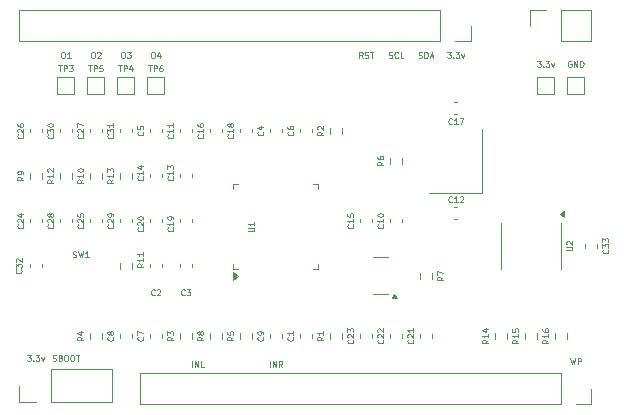
<source format=gbr>
%TF.GenerationSoftware,KiCad,Pcbnew,9.0.1*%
%TF.CreationDate,2025-05-22T01:20:04+01:00*%
%TF.ProjectId,ADAU1701-DSP,41444155-3137-4303-912d-4453502e6b69,rev?*%
%TF.SameCoordinates,Original*%
%TF.FileFunction,Legend,Top*%
%TF.FilePolarity,Positive*%
%FSLAX46Y46*%
G04 Gerber Fmt 4.6, Leading zero omitted, Abs format (unit mm)*
G04 Created by KiCad (PCBNEW 9.0.1) date 2025-05-22 01:20:04*
%MOMM*%
%LPD*%
G01*
G04 APERTURE LIST*
%ADD10C,0.125000*%
%ADD11C,0.120000*%
G04 APERTURE END LIST*
D10*
X200195714Y-132274309D02*
X200314762Y-132774309D01*
X200314762Y-132774309D02*
X200410000Y-132417166D01*
X200410000Y-132417166D02*
X200505238Y-132774309D01*
X200505238Y-132774309D02*
X200624286Y-132274309D01*
X200814762Y-132774309D02*
X200814762Y-132274309D01*
X200814762Y-132274309D02*
X201005238Y-132274309D01*
X201005238Y-132274309D02*
X201052857Y-132298119D01*
X201052857Y-132298119D02*
X201076667Y-132321928D01*
X201076667Y-132321928D02*
X201100476Y-132369547D01*
X201100476Y-132369547D02*
X201100476Y-132440976D01*
X201100476Y-132440976D02*
X201076667Y-132488595D01*
X201076667Y-132488595D02*
X201052857Y-132512404D01*
X201052857Y-132512404D02*
X201005238Y-132536214D01*
X201005238Y-132536214D02*
X200814762Y-132536214D01*
X174748095Y-133028309D02*
X174748095Y-132528309D01*
X174986190Y-133028309D02*
X174986190Y-132528309D01*
X174986190Y-132528309D02*
X175271904Y-133028309D01*
X175271904Y-133028309D02*
X175271904Y-132528309D01*
X175795714Y-133028309D02*
X175629048Y-132790214D01*
X175510000Y-133028309D02*
X175510000Y-132528309D01*
X175510000Y-132528309D02*
X175700476Y-132528309D01*
X175700476Y-132528309D02*
X175748095Y-132552119D01*
X175748095Y-132552119D02*
X175771905Y-132575928D01*
X175771905Y-132575928D02*
X175795714Y-132623547D01*
X175795714Y-132623547D02*
X175795714Y-132694976D01*
X175795714Y-132694976D02*
X175771905Y-132742595D01*
X175771905Y-132742595D02*
X175748095Y-132766404D01*
X175748095Y-132766404D02*
X175700476Y-132790214D01*
X175700476Y-132790214D02*
X175510000Y-132790214D01*
X168191714Y-133028309D02*
X168191714Y-132528309D01*
X168429809Y-133028309D02*
X168429809Y-132528309D01*
X168429809Y-132528309D02*
X168715523Y-133028309D01*
X168715523Y-133028309D02*
X168715523Y-132528309D01*
X169191714Y-133028309D02*
X168953619Y-133028309D01*
X168953619Y-133028309D02*
X168953619Y-132528309D01*
X156372857Y-132496500D02*
X156444285Y-132520309D01*
X156444285Y-132520309D02*
X156563333Y-132520309D01*
X156563333Y-132520309D02*
X156610952Y-132496500D01*
X156610952Y-132496500D02*
X156634761Y-132472690D01*
X156634761Y-132472690D02*
X156658571Y-132425071D01*
X156658571Y-132425071D02*
X156658571Y-132377452D01*
X156658571Y-132377452D02*
X156634761Y-132329833D01*
X156634761Y-132329833D02*
X156610952Y-132306023D01*
X156610952Y-132306023D02*
X156563333Y-132282214D01*
X156563333Y-132282214D02*
X156468095Y-132258404D01*
X156468095Y-132258404D02*
X156420476Y-132234595D01*
X156420476Y-132234595D02*
X156396666Y-132210785D01*
X156396666Y-132210785D02*
X156372857Y-132163166D01*
X156372857Y-132163166D02*
X156372857Y-132115547D01*
X156372857Y-132115547D02*
X156396666Y-132067928D01*
X156396666Y-132067928D02*
X156420476Y-132044119D01*
X156420476Y-132044119D02*
X156468095Y-132020309D01*
X156468095Y-132020309D02*
X156587142Y-132020309D01*
X156587142Y-132020309D02*
X156658571Y-132044119D01*
X157039523Y-132258404D02*
X157110951Y-132282214D01*
X157110951Y-132282214D02*
X157134761Y-132306023D01*
X157134761Y-132306023D02*
X157158570Y-132353642D01*
X157158570Y-132353642D02*
X157158570Y-132425071D01*
X157158570Y-132425071D02*
X157134761Y-132472690D01*
X157134761Y-132472690D02*
X157110951Y-132496500D01*
X157110951Y-132496500D02*
X157063332Y-132520309D01*
X157063332Y-132520309D02*
X156872856Y-132520309D01*
X156872856Y-132520309D02*
X156872856Y-132020309D01*
X156872856Y-132020309D02*
X157039523Y-132020309D01*
X157039523Y-132020309D02*
X157087142Y-132044119D01*
X157087142Y-132044119D02*
X157110951Y-132067928D01*
X157110951Y-132067928D02*
X157134761Y-132115547D01*
X157134761Y-132115547D02*
X157134761Y-132163166D01*
X157134761Y-132163166D02*
X157110951Y-132210785D01*
X157110951Y-132210785D02*
X157087142Y-132234595D01*
X157087142Y-132234595D02*
X157039523Y-132258404D01*
X157039523Y-132258404D02*
X156872856Y-132258404D01*
X157468094Y-132020309D02*
X157563332Y-132020309D01*
X157563332Y-132020309D02*
X157610951Y-132044119D01*
X157610951Y-132044119D02*
X157658570Y-132091738D01*
X157658570Y-132091738D02*
X157682380Y-132186976D01*
X157682380Y-132186976D02*
X157682380Y-132353642D01*
X157682380Y-132353642D02*
X157658570Y-132448880D01*
X157658570Y-132448880D02*
X157610951Y-132496500D01*
X157610951Y-132496500D02*
X157563332Y-132520309D01*
X157563332Y-132520309D02*
X157468094Y-132520309D01*
X157468094Y-132520309D02*
X157420475Y-132496500D01*
X157420475Y-132496500D02*
X157372856Y-132448880D01*
X157372856Y-132448880D02*
X157349047Y-132353642D01*
X157349047Y-132353642D02*
X157349047Y-132186976D01*
X157349047Y-132186976D02*
X157372856Y-132091738D01*
X157372856Y-132091738D02*
X157420475Y-132044119D01*
X157420475Y-132044119D02*
X157468094Y-132020309D01*
X157991904Y-132020309D02*
X158087142Y-132020309D01*
X158087142Y-132020309D02*
X158134761Y-132044119D01*
X158134761Y-132044119D02*
X158182380Y-132091738D01*
X158182380Y-132091738D02*
X158206190Y-132186976D01*
X158206190Y-132186976D02*
X158206190Y-132353642D01*
X158206190Y-132353642D02*
X158182380Y-132448880D01*
X158182380Y-132448880D02*
X158134761Y-132496500D01*
X158134761Y-132496500D02*
X158087142Y-132520309D01*
X158087142Y-132520309D02*
X157991904Y-132520309D01*
X157991904Y-132520309D02*
X157944285Y-132496500D01*
X157944285Y-132496500D02*
X157896666Y-132448880D01*
X157896666Y-132448880D02*
X157872857Y-132353642D01*
X157872857Y-132353642D02*
X157872857Y-132186976D01*
X157872857Y-132186976D02*
X157896666Y-132091738D01*
X157896666Y-132091738D02*
X157944285Y-132044119D01*
X157944285Y-132044119D02*
X157991904Y-132020309D01*
X158349048Y-132020309D02*
X158634762Y-132020309D01*
X158491905Y-132520309D02*
X158491905Y-132020309D01*
X154225715Y-132020309D02*
X154535239Y-132020309D01*
X154535239Y-132020309D02*
X154368572Y-132210785D01*
X154368572Y-132210785D02*
X154440001Y-132210785D01*
X154440001Y-132210785D02*
X154487620Y-132234595D01*
X154487620Y-132234595D02*
X154511429Y-132258404D01*
X154511429Y-132258404D02*
X154535239Y-132306023D01*
X154535239Y-132306023D02*
X154535239Y-132425071D01*
X154535239Y-132425071D02*
X154511429Y-132472690D01*
X154511429Y-132472690D02*
X154487620Y-132496500D01*
X154487620Y-132496500D02*
X154440001Y-132520309D01*
X154440001Y-132520309D02*
X154297144Y-132520309D01*
X154297144Y-132520309D02*
X154249525Y-132496500D01*
X154249525Y-132496500D02*
X154225715Y-132472690D01*
X154749524Y-132472690D02*
X154773334Y-132496500D01*
X154773334Y-132496500D02*
X154749524Y-132520309D01*
X154749524Y-132520309D02*
X154725715Y-132496500D01*
X154725715Y-132496500D02*
X154749524Y-132472690D01*
X154749524Y-132472690D02*
X154749524Y-132520309D01*
X154940000Y-132020309D02*
X155249524Y-132020309D01*
X155249524Y-132020309D02*
X155082857Y-132210785D01*
X155082857Y-132210785D02*
X155154286Y-132210785D01*
X155154286Y-132210785D02*
X155201905Y-132234595D01*
X155201905Y-132234595D02*
X155225714Y-132258404D01*
X155225714Y-132258404D02*
X155249524Y-132306023D01*
X155249524Y-132306023D02*
X155249524Y-132425071D01*
X155249524Y-132425071D02*
X155225714Y-132472690D01*
X155225714Y-132472690D02*
X155201905Y-132496500D01*
X155201905Y-132496500D02*
X155154286Y-132520309D01*
X155154286Y-132520309D02*
X155011429Y-132520309D01*
X155011429Y-132520309D02*
X154963810Y-132496500D01*
X154963810Y-132496500D02*
X154940000Y-132472690D01*
X155416190Y-132186976D02*
X155535238Y-132520309D01*
X155535238Y-132520309D02*
X155654285Y-132186976D01*
X157194285Y-106366309D02*
X157289523Y-106366309D01*
X157289523Y-106366309D02*
X157337142Y-106390119D01*
X157337142Y-106390119D02*
X157384761Y-106437738D01*
X157384761Y-106437738D02*
X157408571Y-106532976D01*
X157408571Y-106532976D02*
X157408571Y-106699642D01*
X157408571Y-106699642D02*
X157384761Y-106794880D01*
X157384761Y-106794880D02*
X157337142Y-106842500D01*
X157337142Y-106842500D02*
X157289523Y-106866309D01*
X157289523Y-106866309D02*
X157194285Y-106866309D01*
X157194285Y-106866309D02*
X157146666Y-106842500D01*
X157146666Y-106842500D02*
X157099047Y-106794880D01*
X157099047Y-106794880D02*
X157075238Y-106699642D01*
X157075238Y-106699642D02*
X157075238Y-106532976D01*
X157075238Y-106532976D02*
X157099047Y-106437738D01*
X157099047Y-106437738D02*
X157146666Y-106390119D01*
X157146666Y-106390119D02*
X157194285Y-106366309D01*
X157884762Y-106866309D02*
X157599048Y-106866309D01*
X157741905Y-106866309D02*
X157741905Y-106366309D01*
X157741905Y-106366309D02*
X157694286Y-106437738D01*
X157694286Y-106437738D02*
X157646667Y-106485357D01*
X157646667Y-106485357D02*
X157599048Y-106509166D01*
X159734285Y-106366309D02*
X159829523Y-106366309D01*
X159829523Y-106366309D02*
X159877142Y-106390119D01*
X159877142Y-106390119D02*
X159924761Y-106437738D01*
X159924761Y-106437738D02*
X159948571Y-106532976D01*
X159948571Y-106532976D02*
X159948571Y-106699642D01*
X159948571Y-106699642D02*
X159924761Y-106794880D01*
X159924761Y-106794880D02*
X159877142Y-106842500D01*
X159877142Y-106842500D02*
X159829523Y-106866309D01*
X159829523Y-106866309D02*
X159734285Y-106866309D01*
X159734285Y-106866309D02*
X159686666Y-106842500D01*
X159686666Y-106842500D02*
X159639047Y-106794880D01*
X159639047Y-106794880D02*
X159615238Y-106699642D01*
X159615238Y-106699642D02*
X159615238Y-106532976D01*
X159615238Y-106532976D02*
X159639047Y-106437738D01*
X159639047Y-106437738D02*
X159686666Y-106390119D01*
X159686666Y-106390119D02*
X159734285Y-106366309D01*
X160139048Y-106413928D02*
X160162857Y-106390119D01*
X160162857Y-106390119D02*
X160210476Y-106366309D01*
X160210476Y-106366309D02*
X160329524Y-106366309D01*
X160329524Y-106366309D02*
X160377143Y-106390119D01*
X160377143Y-106390119D02*
X160400952Y-106413928D01*
X160400952Y-106413928D02*
X160424762Y-106461547D01*
X160424762Y-106461547D02*
X160424762Y-106509166D01*
X160424762Y-106509166D02*
X160400952Y-106580595D01*
X160400952Y-106580595D02*
X160115238Y-106866309D01*
X160115238Y-106866309D02*
X160424762Y-106866309D01*
X162274285Y-106366309D02*
X162369523Y-106366309D01*
X162369523Y-106366309D02*
X162417142Y-106390119D01*
X162417142Y-106390119D02*
X162464761Y-106437738D01*
X162464761Y-106437738D02*
X162488571Y-106532976D01*
X162488571Y-106532976D02*
X162488571Y-106699642D01*
X162488571Y-106699642D02*
X162464761Y-106794880D01*
X162464761Y-106794880D02*
X162417142Y-106842500D01*
X162417142Y-106842500D02*
X162369523Y-106866309D01*
X162369523Y-106866309D02*
X162274285Y-106866309D01*
X162274285Y-106866309D02*
X162226666Y-106842500D01*
X162226666Y-106842500D02*
X162179047Y-106794880D01*
X162179047Y-106794880D02*
X162155238Y-106699642D01*
X162155238Y-106699642D02*
X162155238Y-106532976D01*
X162155238Y-106532976D02*
X162179047Y-106437738D01*
X162179047Y-106437738D02*
X162226666Y-106390119D01*
X162226666Y-106390119D02*
X162274285Y-106366309D01*
X162655238Y-106366309D02*
X162964762Y-106366309D01*
X162964762Y-106366309D02*
X162798095Y-106556785D01*
X162798095Y-106556785D02*
X162869524Y-106556785D01*
X162869524Y-106556785D02*
X162917143Y-106580595D01*
X162917143Y-106580595D02*
X162940952Y-106604404D01*
X162940952Y-106604404D02*
X162964762Y-106652023D01*
X162964762Y-106652023D02*
X162964762Y-106771071D01*
X162964762Y-106771071D02*
X162940952Y-106818690D01*
X162940952Y-106818690D02*
X162917143Y-106842500D01*
X162917143Y-106842500D02*
X162869524Y-106866309D01*
X162869524Y-106866309D02*
X162726667Y-106866309D01*
X162726667Y-106866309D02*
X162679048Y-106842500D01*
X162679048Y-106842500D02*
X162655238Y-106818690D01*
X164814285Y-106366309D02*
X164909523Y-106366309D01*
X164909523Y-106366309D02*
X164957142Y-106390119D01*
X164957142Y-106390119D02*
X165004761Y-106437738D01*
X165004761Y-106437738D02*
X165028571Y-106532976D01*
X165028571Y-106532976D02*
X165028571Y-106699642D01*
X165028571Y-106699642D02*
X165004761Y-106794880D01*
X165004761Y-106794880D02*
X164957142Y-106842500D01*
X164957142Y-106842500D02*
X164909523Y-106866309D01*
X164909523Y-106866309D02*
X164814285Y-106866309D01*
X164814285Y-106866309D02*
X164766666Y-106842500D01*
X164766666Y-106842500D02*
X164719047Y-106794880D01*
X164719047Y-106794880D02*
X164695238Y-106699642D01*
X164695238Y-106699642D02*
X164695238Y-106532976D01*
X164695238Y-106532976D02*
X164719047Y-106437738D01*
X164719047Y-106437738D02*
X164766666Y-106390119D01*
X164766666Y-106390119D02*
X164814285Y-106366309D01*
X165457143Y-106532976D02*
X165457143Y-106866309D01*
X165338095Y-106342500D02*
X165219048Y-106699642D01*
X165219048Y-106699642D02*
X165528571Y-106699642D01*
X182606190Y-106866309D02*
X182439524Y-106628214D01*
X182320476Y-106866309D02*
X182320476Y-106366309D01*
X182320476Y-106366309D02*
X182510952Y-106366309D01*
X182510952Y-106366309D02*
X182558571Y-106390119D01*
X182558571Y-106390119D02*
X182582381Y-106413928D01*
X182582381Y-106413928D02*
X182606190Y-106461547D01*
X182606190Y-106461547D02*
X182606190Y-106532976D01*
X182606190Y-106532976D02*
X182582381Y-106580595D01*
X182582381Y-106580595D02*
X182558571Y-106604404D01*
X182558571Y-106604404D02*
X182510952Y-106628214D01*
X182510952Y-106628214D02*
X182320476Y-106628214D01*
X182796667Y-106842500D02*
X182868095Y-106866309D01*
X182868095Y-106866309D02*
X182987143Y-106866309D01*
X182987143Y-106866309D02*
X183034762Y-106842500D01*
X183034762Y-106842500D02*
X183058571Y-106818690D01*
X183058571Y-106818690D02*
X183082381Y-106771071D01*
X183082381Y-106771071D02*
X183082381Y-106723452D01*
X183082381Y-106723452D02*
X183058571Y-106675833D01*
X183058571Y-106675833D02*
X183034762Y-106652023D01*
X183034762Y-106652023D02*
X182987143Y-106628214D01*
X182987143Y-106628214D02*
X182891905Y-106604404D01*
X182891905Y-106604404D02*
X182844286Y-106580595D01*
X182844286Y-106580595D02*
X182820476Y-106556785D01*
X182820476Y-106556785D02*
X182796667Y-106509166D01*
X182796667Y-106509166D02*
X182796667Y-106461547D01*
X182796667Y-106461547D02*
X182820476Y-106413928D01*
X182820476Y-106413928D02*
X182844286Y-106390119D01*
X182844286Y-106390119D02*
X182891905Y-106366309D01*
X182891905Y-106366309D02*
X183010952Y-106366309D01*
X183010952Y-106366309D02*
X183082381Y-106390119D01*
X183225238Y-106366309D02*
X183510952Y-106366309D01*
X183368095Y-106866309D02*
X183368095Y-106366309D01*
X184824762Y-106842500D02*
X184896190Y-106866309D01*
X184896190Y-106866309D02*
X185015238Y-106866309D01*
X185015238Y-106866309D02*
X185062857Y-106842500D01*
X185062857Y-106842500D02*
X185086666Y-106818690D01*
X185086666Y-106818690D02*
X185110476Y-106771071D01*
X185110476Y-106771071D02*
X185110476Y-106723452D01*
X185110476Y-106723452D02*
X185086666Y-106675833D01*
X185086666Y-106675833D02*
X185062857Y-106652023D01*
X185062857Y-106652023D02*
X185015238Y-106628214D01*
X185015238Y-106628214D02*
X184920000Y-106604404D01*
X184920000Y-106604404D02*
X184872381Y-106580595D01*
X184872381Y-106580595D02*
X184848571Y-106556785D01*
X184848571Y-106556785D02*
X184824762Y-106509166D01*
X184824762Y-106509166D02*
X184824762Y-106461547D01*
X184824762Y-106461547D02*
X184848571Y-106413928D01*
X184848571Y-106413928D02*
X184872381Y-106390119D01*
X184872381Y-106390119D02*
X184920000Y-106366309D01*
X184920000Y-106366309D02*
X185039047Y-106366309D01*
X185039047Y-106366309D02*
X185110476Y-106390119D01*
X185610475Y-106818690D02*
X185586666Y-106842500D01*
X185586666Y-106842500D02*
X185515237Y-106866309D01*
X185515237Y-106866309D02*
X185467618Y-106866309D01*
X185467618Y-106866309D02*
X185396190Y-106842500D01*
X185396190Y-106842500D02*
X185348571Y-106794880D01*
X185348571Y-106794880D02*
X185324761Y-106747261D01*
X185324761Y-106747261D02*
X185300952Y-106652023D01*
X185300952Y-106652023D02*
X185300952Y-106580595D01*
X185300952Y-106580595D02*
X185324761Y-106485357D01*
X185324761Y-106485357D02*
X185348571Y-106437738D01*
X185348571Y-106437738D02*
X185396190Y-106390119D01*
X185396190Y-106390119D02*
X185467618Y-106366309D01*
X185467618Y-106366309D02*
X185515237Y-106366309D01*
X185515237Y-106366309D02*
X185586666Y-106390119D01*
X185586666Y-106390119D02*
X185610475Y-106413928D01*
X186062856Y-106866309D02*
X185824761Y-106866309D01*
X185824761Y-106866309D02*
X185824761Y-106366309D01*
X187352858Y-106842500D02*
X187424286Y-106866309D01*
X187424286Y-106866309D02*
X187543334Y-106866309D01*
X187543334Y-106866309D02*
X187590953Y-106842500D01*
X187590953Y-106842500D02*
X187614762Y-106818690D01*
X187614762Y-106818690D02*
X187638572Y-106771071D01*
X187638572Y-106771071D02*
X187638572Y-106723452D01*
X187638572Y-106723452D02*
X187614762Y-106675833D01*
X187614762Y-106675833D02*
X187590953Y-106652023D01*
X187590953Y-106652023D02*
X187543334Y-106628214D01*
X187543334Y-106628214D02*
X187448096Y-106604404D01*
X187448096Y-106604404D02*
X187400477Y-106580595D01*
X187400477Y-106580595D02*
X187376667Y-106556785D01*
X187376667Y-106556785D02*
X187352858Y-106509166D01*
X187352858Y-106509166D02*
X187352858Y-106461547D01*
X187352858Y-106461547D02*
X187376667Y-106413928D01*
X187376667Y-106413928D02*
X187400477Y-106390119D01*
X187400477Y-106390119D02*
X187448096Y-106366309D01*
X187448096Y-106366309D02*
X187567143Y-106366309D01*
X187567143Y-106366309D02*
X187638572Y-106390119D01*
X187852857Y-106866309D02*
X187852857Y-106366309D01*
X187852857Y-106366309D02*
X187971905Y-106366309D01*
X187971905Y-106366309D02*
X188043333Y-106390119D01*
X188043333Y-106390119D02*
X188090952Y-106437738D01*
X188090952Y-106437738D02*
X188114762Y-106485357D01*
X188114762Y-106485357D02*
X188138571Y-106580595D01*
X188138571Y-106580595D02*
X188138571Y-106652023D01*
X188138571Y-106652023D02*
X188114762Y-106747261D01*
X188114762Y-106747261D02*
X188090952Y-106794880D01*
X188090952Y-106794880D02*
X188043333Y-106842500D01*
X188043333Y-106842500D02*
X187971905Y-106866309D01*
X187971905Y-106866309D02*
X187852857Y-106866309D01*
X188329048Y-106723452D02*
X188567143Y-106723452D01*
X188281429Y-106866309D02*
X188448095Y-106366309D01*
X188448095Y-106366309D02*
X188614762Y-106866309D01*
X189785715Y-106366309D02*
X190095239Y-106366309D01*
X190095239Y-106366309D02*
X189928572Y-106556785D01*
X189928572Y-106556785D02*
X190000001Y-106556785D01*
X190000001Y-106556785D02*
X190047620Y-106580595D01*
X190047620Y-106580595D02*
X190071429Y-106604404D01*
X190071429Y-106604404D02*
X190095239Y-106652023D01*
X190095239Y-106652023D02*
X190095239Y-106771071D01*
X190095239Y-106771071D02*
X190071429Y-106818690D01*
X190071429Y-106818690D02*
X190047620Y-106842500D01*
X190047620Y-106842500D02*
X190000001Y-106866309D01*
X190000001Y-106866309D02*
X189857144Y-106866309D01*
X189857144Y-106866309D02*
X189809525Y-106842500D01*
X189809525Y-106842500D02*
X189785715Y-106818690D01*
X190309524Y-106818690D02*
X190333334Y-106842500D01*
X190333334Y-106842500D02*
X190309524Y-106866309D01*
X190309524Y-106866309D02*
X190285715Y-106842500D01*
X190285715Y-106842500D02*
X190309524Y-106818690D01*
X190309524Y-106818690D02*
X190309524Y-106866309D01*
X190500000Y-106366309D02*
X190809524Y-106366309D01*
X190809524Y-106366309D02*
X190642857Y-106556785D01*
X190642857Y-106556785D02*
X190714286Y-106556785D01*
X190714286Y-106556785D02*
X190761905Y-106580595D01*
X190761905Y-106580595D02*
X190785714Y-106604404D01*
X190785714Y-106604404D02*
X190809524Y-106652023D01*
X190809524Y-106652023D02*
X190809524Y-106771071D01*
X190809524Y-106771071D02*
X190785714Y-106818690D01*
X190785714Y-106818690D02*
X190761905Y-106842500D01*
X190761905Y-106842500D02*
X190714286Y-106866309D01*
X190714286Y-106866309D02*
X190571429Y-106866309D01*
X190571429Y-106866309D02*
X190523810Y-106842500D01*
X190523810Y-106842500D02*
X190500000Y-106818690D01*
X190976190Y-106532976D02*
X191095238Y-106866309D01*
X191095238Y-106866309D02*
X191214285Y-106532976D01*
X200279047Y-107152119D02*
X200231428Y-107128309D01*
X200231428Y-107128309D02*
X200159999Y-107128309D01*
X200159999Y-107128309D02*
X200088571Y-107152119D01*
X200088571Y-107152119D02*
X200040952Y-107199738D01*
X200040952Y-107199738D02*
X200017142Y-107247357D01*
X200017142Y-107247357D02*
X199993333Y-107342595D01*
X199993333Y-107342595D02*
X199993333Y-107414023D01*
X199993333Y-107414023D02*
X200017142Y-107509261D01*
X200017142Y-107509261D02*
X200040952Y-107556880D01*
X200040952Y-107556880D02*
X200088571Y-107604500D01*
X200088571Y-107604500D02*
X200159999Y-107628309D01*
X200159999Y-107628309D02*
X200207618Y-107628309D01*
X200207618Y-107628309D02*
X200279047Y-107604500D01*
X200279047Y-107604500D02*
X200302856Y-107580690D01*
X200302856Y-107580690D02*
X200302856Y-107414023D01*
X200302856Y-107414023D02*
X200207618Y-107414023D01*
X200517142Y-107628309D02*
X200517142Y-107128309D01*
X200517142Y-107128309D02*
X200802856Y-107628309D01*
X200802856Y-107628309D02*
X200802856Y-107128309D01*
X201040952Y-107628309D02*
X201040952Y-107128309D01*
X201040952Y-107128309D02*
X201160000Y-107128309D01*
X201160000Y-107128309D02*
X201231428Y-107152119D01*
X201231428Y-107152119D02*
X201279047Y-107199738D01*
X201279047Y-107199738D02*
X201302857Y-107247357D01*
X201302857Y-107247357D02*
X201326666Y-107342595D01*
X201326666Y-107342595D02*
X201326666Y-107414023D01*
X201326666Y-107414023D02*
X201302857Y-107509261D01*
X201302857Y-107509261D02*
X201279047Y-107556880D01*
X201279047Y-107556880D02*
X201231428Y-107604500D01*
X201231428Y-107604500D02*
X201160000Y-107628309D01*
X201160000Y-107628309D02*
X201040952Y-107628309D01*
X197405715Y-107128309D02*
X197715239Y-107128309D01*
X197715239Y-107128309D02*
X197548572Y-107318785D01*
X197548572Y-107318785D02*
X197620001Y-107318785D01*
X197620001Y-107318785D02*
X197667620Y-107342595D01*
X197667620Y-107342595D02*
X197691429Y-107366404D01*
X197691429Y-107366404D02*
X197715239Y-107414023D01*
X197715239Y-107414023D02*
X197715239Y-107533071D01*
X197715239Y-107533071D02*
X197691429Y-107580690D01*
X197691429Y-107580690D02*
X197667620Y-107604500D01*
X197667620Y-107604500D02*
X197620001Y-107628309D01*
X197620001Y-107628309D02*
X197477144Y-107628309D01*
X197477144Y-107628309D02*
X197429525Y-107604500D01*
X197429525Y-107604500D02*
X197405715Y-107580690D01*
X197929524Y-107580690D02*
X197953334Y-107604500D01*
X197953334Y-107604500D02*
X197929524Y-107628309D01*
X197929524Y-107628309D02*
X197905715Y-107604500D01*
X197905715Y-107604500D02*
X197929524Y-107580690D01*
X197929524Y-107580690D02*
X197929524Y-107628309D01*
X198120000Y-107128309D02*
X198429524Y-107128309D01*
X198429524Y-107128309D02*
X198262857Y-107318785D01*
X198262857Y-107318785D02*
X198334286Y-107318785D01*
X198334286Y-107318785D02*
X198381905Y-107342595D01*
X198381905Y-107342595D02*
X198405714Y-107366404D01*
X198405714Y-107366404D02*
X198429524Y-107414023D01*
X198429524Y-107414023D02*
X198429524Y-107533071D01*
X198429524Y-107533071D02*
X198405714Y-107580690D01*
X198405714Y-107580690D02*
X198381905Y-107604500D01*
X198381905Y-107604500D02*
X198334286Y-107628309D01*
X198334286Y-107628309D02*
X198191429Y-107628309D01*
X198191429Y-107628309D02*
X198143810Y-107604500D01*
X198143810Y-107604500D02*
X198120000Y-107580690D01*
X198596190Y-107294976D02*
X198715238Y-107628309D01*
X198715238Y-107628309D02*
X198834285Y-107294976D01*
X164007190Y-130485833D02*
X164031000Y-130509642D01*
X164031000Y-130509642D02*
X164054809Y-130581071D01*
X164054809Y-130581071D02*
X164054809Y-130628690D01*
X164054809Y-130628690D02*
X164031000Y-130700118D01*
X164031000Y-130700118D02*
X163983380Y-130747737D01*
X163983380Y-130747737D02*
X163935761Y-130771547D01*
X163935761Y-130771547D02*
X163840523Y-130795356D01*
X163840523Y-130795356D02*
X163769095Y-130795356D01*
X163769095Y-130795356D02*
X163673857Y-130771547D01*
X163673857Y-130771547D02*
X163626238Y-130747737D01*
X163626238Y-130747737D02*
X163578619Y-130700118D01*
X163578619Y-130700118D02*
X163554809Y-130628690D01*
X163554809Y-130628690D02*
X163554809Y-130581071D01*
X163554809Y-130581071D02*
X163578619Y-130509642D01*
X163578619Y-130509642D02*
X163602428Y-130485833D01*
X163554809Y-130319166D02*
X163554809Y-129985833D01*
X163554809Y-129985833D02*
X164054809Y-130200118D01*
X161467190Y-130485833D02*
X161491000Y-130509642D01*
X161491000Y-130509642D02*
X161514809Y-130581071D01*
X161514809Y-130581071D02*
X161514809Y-130628690D01*
X161514809Y-130628690D02*
X161491000Y-130700118D01*
X161491000Y-130700118D02*
X161443380Y-130747737D01*
X161443380Y-130747737D02*
X161395761Y-130771547D01*
X161395761Y-130771547D02*
X161300523Y-130795356D01*
X161300523Y-130795356D02*
X161229095Y-130795356D01*
X161229095Y-130795356D02*
X161133857Y-130771547D01*
X161133857Y-130771547D02*
X161086238Y-130747737D01*
X161086238Y-130747737D02*
X161038619Y-130700118D01*
X161038619Y-130700118D02*
X161014809Y-130628690D01*
X161014809Y-130628690D02*
X161014809Y-130581071D01*
X161014809Y-130581071D02*
X161038619Y-130509642D01*
X161038619Y-130509642D02*
X161062428Y-130485833D01*
X161229095Y-130200118D02*
X161205285Y-130247737D01*
X161205285Y-130247737D02*
X161181476Y-130271547D01*
X161181476Y-130271547D02*
X161133857Y-130295356D01*
X161133857Y-130295356D02*
X161110047Y-130295356D01*
X161110047Y-130295356D02*
X161062428Y-130271547D01*
X161062428Y-130271547D02*
X161038619Y-130247737D01*
X161038619Y-130247737D02*
X161014809Y-130200118D01*
X161014809Y-130200118D02*
X161014809Y-130104880D01*
X161014809Y-130104880D02*
X161038619Y-130057261D01*
X161038619Y-130057261D02*
X161062428Y-130033452D01*
X161062428Y-130033452D02*
X161110047Y-130009642D01*
X161110047Y-130009642D02*
X161133857Y-130009642D01*
X161133857Y-130009642D02*
X161181476Y-130033452D01*
X161181476Y-130033452D02*
X161205285Y-130057261D01*
X161205285Y-130057261D02*
X161229095Y-130104880D01*
X161229095Y-130104880D02*
X161229095Y-130200118D01*
X161229095Y-130200118D02*
X161252904Y-130247737D01*
X161252904Y-130247737D02*
X161276714Y-130271547D01*
X161276714Y-130271547D02*
X161324333Y-130295356D01*
X161324333Y-130295356D02*
X161419571Y-130295356D01*
X161419571Y-130295356D02*
X161467190Y-130271547D01*
X161467190Y-130271547D02*
X161491000Y-130247737D01*
X161491000Y-130247737D02*
X161514809Y-130200118D01*
X161514809Y-130200118D02*
X161514809Y-130104880D01*
X161514809Y-130104880D02*
X161491000Y-130057261D01*
X161491000Y-130057261D02*
X161467190Y-130033452D01*
X161467190Y-130033452D02*
X161419571Y-130009642D01*
X161419571Y-130009642D02*
X161324333Y-130009642D01*
X161324333Y-130009642D02*
X161276714Y-130033452D01*
X161276714Y-130033452D02*
X161252904Y-130057261D01*
X161252904Y-130057261D02*
X161229095Y-130104880D01*
X158974809Y-130485833D02*
X158736714Y-130652499D01*
X158974809Y-130771547D02*
X158474809Y-130771547D01*
X158474809Y-130771547D02*
X158474809Y-130581071D01*
X158474809Y-130581071D02*
X158498619Y-130533452D01*
X158498619Y-130533452D02*
X158522428Y-130509642D01*
X158522428Y-130509642D02*
X158570047Y-130485833D01*
X158570047Y-130485833D02*
X158641476Y-130485833D01*
X158641476Y-130485833D02*
X158689095Y-130509642D01*
X158689095Y-130509642D02*
X158712904Y-130533452D01*
X158712904Y-130533452D02*
X158736714Y-130581071D01*
X158736714Y-130581071D02*
X158736714Y-130771547D01*
X158641476Y-130057261D02*
X158974809Y-130057261D01*
X158451000Y-130176309D02*
X158808142Y-130295356D01*
X158808142Y-130295356D02*
X158808142Y-129985833D01*
X166594809Y-130485833D02*
X166356714Y-130652499D01*
X166594809Y-130771547D02*
X166094809Y-130771547D01*
X166094809Y-130771547D02*
X166094809Y-130581071D01*
X166094809Y-130581071D02*
X166118619Y-130533452D01*
X166118619Y-130533452D02*
X166142428Y-130509642D01*
X166142428Y-130509642D02*
X166190047Y-130485833D01*
X166190047Y-130485833D02*
X166261476Y-130485833D01*
X166261476Y-130485833D02*
X166309095Y-130509642D01*
X166309095Y-130509642D02*
X166332904Y-130533452D01*
X166332904Y-130533452D02*
X166356714Y-130581071D01*
X166356714Y-130581071D02*
X166356714Y-130771547D01*
X166094809Y-130319166D02*
X166094809Y-130009642D01*
X166094809Y-130009642D02*
X166285285Y-130176309D01*
X166285285Y-130176309D02*
X166285285Y-130104880D01*
X166285285Y-130104880D02*
X166309095Y-130057261D01*
X166309095Y-130057261D02*
X166332904Y-130033452D01*
X166332904Y-130033452D02*
X166380523Y-130009642D01*
X166380523Y-130009642D02*
X166499571Y-130009642D01*
X166499571Y-130009642D02*
X166547190Y-130033452D01*
X166547190Y-130033452D02*
X166571000Y-130057261D01*
X166571000Y-130057261D02*
X166594809Y-130104880D01*
X166594809Y-130104880D02*
X166594809Y-130247737D01*
X166594809Y-130247737D02*
X166571000Y-130295356D01*
X166571000Y-130295356D02*
X166547190Y-130319166D01*
X169134809Y-130485833D02*
X168896714Y-130652499D01*
X169134809Y-130771547D02*
X168634809Y-130771547D01*
X168634809Y-130771547D02*
X168634809Y-130581071D01*
X168634809Y-130581071D02*
X168658619Y-130533452D01*
X168658619Y-130533452D02*
X168682428Y-130509642D01*
X168682428Y-130509642D02*
X168730047Y-130485833D01*
X168730047Y-130485833D02*
X168801476Y-130485833D01*
X168801476Y-130485833D02*
X168849095Y-130509642D01*
X168849095Y-130509642D02*
X168872904Y-130533452D01*
X168872904Y-130533452D02*
X168896714Y-130581071D01*
X168896714Y-130581071D02*
X168896714Y-130771547D01*
X168849095Y-130200118D02*
X168825285Y-130247737D01*
X168825285Y-130247737D02*
X168801476Y-130271547D01*
X168801476Y-130271547D02*
X168753857Y-130295356D01*
X168753857Y-130295356D02*
X168730047Y-130295356D01*
X168730047Y-130295356D02*
X168682428Y-130271547D01*
X168682428Y-130271547D02*
X168658619Y-130247737D01*
X168658619Y-130247737D02*
X168634809Y-130200118D01*
X168634809Y-130200118D02*
X168634809Y-130104880D01*
X168634809Y-130104880D02*
X168658619Y-130057261D01*
X168658619Y-130057261D02*
X168682428Y-130033452D01*
X168682428Y-130033452D02*
X168730047Y-130009642D01*
X168730047Y-130009642D02*
X168753857Y-130009642D01*
X168753857Y-130009642D02*
X168801476Y-130033452D01*
X168801476Y-130033452D02*
X168825285Y-130057261D01*
X168825285Y-130057261D02*
X168849095Y-130104880D01*
X168849095Y-130104880D02*
X168849095Y-130200118D01*
X168849095Y-130200118D02*
X168872904Y-130247737D01*
X168872904Y-130247737D02*
X168896714Y-130271547D01*
X168896714Y-130271547D02*
X168944333Y-130295356D01*
X168944333Y-130295356D02*
X169039571Y-130295356D01*
X169039571Y-130295356D02*
X169087190Y-130271547D01*
X169087190Y-130271547D02*
X169111000Y-130247737D01*
X169111000Y-130247737D02*
X169134809Y-130200118D01*
X169134809Y-130200118D02*
X169134809Y-130104880D01*
X169134809Y-130104880D02*
X169111000Y-130057261D01*
X169111000Y-130057261D02*
X169087190Y-130033452D01*
X169087190Y-130033452D02*
X169039571Y-130009642D01*
X169039571Y-130009642D02*
X168944333Y-130009642D01*
X168944333Y-130009642D02*
X168896714Y-130033452D01*
X168896714Y-130033452D02*
X168872904Y-130057261D01*
X168872904Y-130057261D02*
X168849095Y-130104880D01*
X176707190Y-130485833D02*
X176731000Y-130509642D01*
X176731000Y-130509642D02*
X176754809Y-130581071D01*
X176754809Y-130581071D02*
X176754809Y-130628690D01*
X176754809Y-130628690D02*
X176731000Y-130700118D01*
X176731000Y-130700118D02*
X176683380Y-130747737D01*
X176683380Y-130747737D02*
X176635761Y-130771547D01*
X176635761Y-130771547D02*
X176540523Y-130795356D01*
X176540523Y-130795356D02*
X176469095Y-130795356D01*
X176469095Y-130795356D02*
X176373857Y-130771547D01*
X176373857Y-130771547D02*
X176326238Y-130747737D01*
X176326238Y-130747737D02*
X176278619Y-130700118D01*
X176278619Y-130700118D02*
X176254809Y-130628690D01*
X176254809Y-130628690D02*
X176254809Y-130581071D01*
X176254809Y-130581071D02*
X176278619Y-130509642D01*
X176278619Y-130509642D02*
X176302428Y-130485833D01*
X176754809Y-130009642D02*
X176754809Y-130295356D01*
X176754809Y-130152499D02*
X176254809Y-130152499D01*
X176254809Y-130152499D02*
X176326238Y-130200118D01*
X176326238Y-130200118D02*
X176373857Y-130247737D01*
X176373857Y-130247737D02*
X176397666Y-130295356D01*
X179294809Y-130485833D02*
X179056714Y-130652499D01*
X179294809Y-130771547D02*
X178794809Y-130771547D01*
X178794809Y-130771547D02*
X178794809Y-130581071D01*
X178794809Y-130581071D02*
X178818619Y-130533452D01*
X178818619Y-130533452D02*
X178842428Y-130509642D01*
X178842428Y-130509642D02*
X178890047Y-130485833D01*
X178890047Y-130485833D02*
X178961476Y-130485833D01*
X178961476Y-130485833D02*
X179009095Y-130509642D01*
X179009095Y-130509642D02*
X179032904Y-130533452D01*
X179032904Y-130533452D02*
X179056714Y-130581071D01*
X179056714Y-130581071D02*
X179056714Y-130771547D01*
X179294809Y-130009642D02*
X179294809Y-130295356D01*
X179294809Y-130152499D02*
X178794809Y-130152499D01*
X178794809Y-130152499D02*
X178866238Y-130200118D01*
X178866238Y-130200118D02*
X178913857Y-130247737D01*
X178913857Y-130247737D02*
X178937666Y-130295356D01*
X171674809Y-130485833D02*
X171436714Y-130652499D01*
X171674809Y-130771547D02*
X171174809Y-130771547D01*
X171174809Y-130771547D02*
X171174809Y-130581071D01*
X171174809Y-130581071D02*
X171198619Y-130533452D01*
X171198619Y-130533452D02*
X171222428Y-130509642D01*
X171222428Y-130509642D02*
X171270047Y-130485833D01*
X171270047Y-130485833D02*
X171341476Y-130485833D01*
X171341476Y-130485833D02*
X171389095Y-130509642D01*
X171389095Y-130509642D02*
X171412904Y-130533452D01*
X171412904Y-130533452D02*
X171436714Y-130581071D01*
X171436714Y-130581071D02*
X171436714Y-130771547D01*
X171174809Y-130033452D02*
X171174809Y-130271547D01*
X171174809Y-130271547D02*
X171412904Y-130295356D01*
X171412904Y-130295356D02*
X171389095Y-130271547D01*
X171389095Y-130271547D02*
X171365285Y-130223928D01*
X171365285Y-130223928D02*
X171365285Y-130104880D01*
X171365285Y-130104880D02*
X171389095Y-130057261D01*
X171389095Y-130057261D02*
X171412904Y-130033452D01*
X171412904Y-130033452D02*
X171460523Y-130009642D01*
X171460523Y-130009642D02*
X171579571Y-130009642D01*
X171579571Y-130009642D02*
X171627190Y-130033452D01*
X171627190Y-130033452D02*
X171651000Y-130057261D01*
X171651000Y-130057261D02*
X171674809Y-130104880D01*
X171674809Y-130104880D02*
X171674809Y-130223928D01*
X171674809Y-130223928D02*
X171651000Y-130271547D01*
X171651000Y-130271547D02*
X171627190Y-130295356D01*
X174167190Y-130485833D02*
X174191000Y-130509642D01*
X174191000Y-130509642D02*
X174214809Y-130581071D01*
X174214809Y-130581071D02*
X174214809Y-130628690D01*
X174214809Y-130628690D02*
X174191000Y-130700118D01*
X174191000Y-130700118D02*
X174143380Y-130747737D01*
X174143380Y-130747737D02*
X174095761Y-130771547D01*
X174095761Y-130771547D02*
X174000523Y-130795356D01*
X174000523Y-130795356D02*
X173929095Y-130795356D01*
X173929095Y-130795356D02*
X173833857Y-130771547D01*
X173833857Y-130771547D02*
X173786238Y-130747737D01*
X173786238Y-130747737D02*
X173738619Y-130700118D01*
X173738619Y-130700118D02*
X173714809Y-130628690D01*
X173714809Y-130628690D02*
X173714809Y-130581071D01*
X173714809Y-130581071D02*
X173738619Y-130509642D01*
X173738619Y-130509642D02*
X173762428Y-130485833D01*
X174214809Y-130247737D02*
X174214809Y-130152499D01*
X174214809Y-130152499D02*
X174191000Y-130104880D01*
X174191000Y-130104880D02*
X174167190Y-130081071D01*
X174167190Y-130081071D02*
X174095761Y-130033452D01*
X174095761Y-130033452D02*
X174000523Y-130009642D01*
X174000523Y-130009642D02*
X173810047Y-130009642D01*
X173810047Y-130009642D02*
X173762428Y-130033452D01*
X173762428Y-130033452D02*
X173738619Y-130057261D01*
X173738619Y-130057261D02*
X173714809Y-130104880D01*
X173714809Y-130104880D02*
X173714809Y-130200118D01*
X173714809Y-130200118D02*
X173738619Y-130247737D01*
X173738619Y-130247737D02*
X173762428Y-130271547D01*
X173762428Y-130271547D02*
X173810047Y-130295356D01*
X173810047Y-130295356D02*
X173929095Y-130295356D01*
X173929095Y-130295356D02*
X173976714Y-130271547D01*
X173976714Y-130271547D02*
X174000523Y-130247737D01*
X174000523Y-130247737D02*
X174024333Y-130200118D01*
X174024333Y-130200118D02*
X174024333Y-130104880D01*
X174024333Y-130104880D02*
X174000523Y-130057261D01*
X174000523Y-130057261D02*
X173976714Y-130033452D01*
X173976714Y-130033452D02*
X173929095Y-130009642D01*
X186867190Y-130723928D02*
X186891000Y-130747737D01*
X186891000Y-130747737D02*
X186914809Y-130819166D01*
X186914809Y-130819166D02*
X186914809Y-130866785D01*
X186914809Y-130866785D02*
X186891000Y-130938213D01*
X186891000Y-130938213D02*
X186843380Y-130985832D01*
X186843380Y-130985832D02*
X186795761Y-131009642D01*
X186795761Y-131009642D02*
X186700523Y-131033451D01*
X186700523Y-131033451D02*
X186629095Y-131033451D01*
X186629095Y-131033451D02*
X186533857Y-131009642D01*
X186533857Y-131009642D02*
X186486238Y-130985832D01*
X186486238Y-130985832D02*
X186438619Y-130938213D01*
X186438619Y-130938213D02*
X186414809Y-130866785D01*
X186414809Y-130866785D02*
X186414809Y-130819166D01*
X186414809Y-130819166D02*
X186438619Y-130747737D01*
X186438619Y-130747737D02*
X186462428Y-130723928D01*
X186462428Y-130533451D02*
X186438619Y-130509642D01*
X186438619Y-130509642D02*
X186414809Y-130462023D01*
X186414809Y-130462023D02*
X186414809Y-130342975D01*
X186414809Y-130342975D02*
X186438619Y-130295356D01*
X186438619Y-130295356D02*
X186462428Y-130271547D01*
X186462428Y-130271547D02*
X186510047Y-130247737D01*
X186510047Y-130247737D02*
X186557666Y-130247737D01*
X186557666Y-130247737D02*
X186629095Y-130271547D01*
X186629095Y-130271547D02*
X186914809Y-130557261D01*
X186914809Y-130557261D02*
X186914809Y-130247737D01*
X186914809Y-129771547D02*
X186914809Y-130057261D01*
X186914809Y-129914404D02*
X186414809Y-129914404D01*
X186414809Y-129914404D02*
X186486238Y-129962023D01*
X186486238Y-129962023D02*
X186533857Y-130009642D01*
X186533857Y-130009642D02*
X186557666Y-130057261D01*
X181787190Y-130723928D02*
X181811000Y-130747737D01*
X181811000Y-130747737D02*
X181834809Y-130819166D01*
X181834809Y-130819166D02*
X181834809Y-130866785D01*
X181834809Y-130866785D02*
X181811000Y-130938213D01*
X181811000Y-130938213D02*
X181763380Y-130985832D01*
X181763380Y-130985832D02*
X181715761Y-131009642D01*
X181715761Y-131009642D02*
X181620523Y-131033451D01*
X181620523Y-131033451D02*
X181549095Y-131033451D01*
X181549095Y-131033451D02*
X181453857Y-131009642D01*
X181453857Y-131009642D02*
X181406238Y-130985832D01*
X181406238Y-130985832D02*
X181358619Y-130938213D01*
X181358619Y-130938213D02*
X181334809Y-130866785D01*
X181334809Y-130866785D02*
X181334809Y-130819166D01*
X181334809Y-130819166D02*
X181358619Y-130747737D01*
X181358619Y-130747737D02*
X181382428Y-130723928D01*
X181382428Y-130533451D02*
X181358619Y-130509642D01*
X181358619Y-130509642D02*
X181334809Y-130462023D01*
X181334809Y-130462023D02*
X181334809Y-130342975D01*
X181334809Y-130342975D02*
X181358619Y-130295356D01*
X181358619Y-130295356D02*
X181382428Y-130271547D01*
X181382428Y-130271547D02*
X181430047Y-130247737D01*
X181430047Y-130247737D02*
X181477666Y-130247737D01*
X181477666Y-130247737D02*
X181549095Y-130271547D01*
X181549095Y-130271547D02*
X181834809Y-130557261D01*
X181834809Y-130557261D02*
X181834809Y-130247737D01*
X181334809Y-130081071D02*
X181334809Y-129771547D01*
X181334809Y-129771547D02*
X181525285Y-129938214D01*
X181525285Y-129938214D02*
X181525285Y-129866785D01*
X181525285Y-129866785D02*
X181549095Y-129819166D01*
X181549095Y-129819166D02*
X181572904Y-129795357D01*
X181572904Y-129795357D02*
X181620523Y-129771547D01*
X181620523Y-129771547D02*
X181739571Y-129771547D01*
X181739571Y-129771547D02*
X181787190Y-129795357D01*
X181787190Y-129795357D02*
X181811000Y-129819166D01*
X181811000Y-129819166D02*
X181834809Y-129866785D01*
X181834809Y-129866785D02*
X181834809Y-130009642D01*
X181834809Y-130009642D02*
X181811000Y-130057261D01*
X181811000Y-130057261D02*
X181787190Y-130081071D01*
X184327190Y-130723928D02*
X184351000Y-130747737D01*
X184351000Y-130747737D02*
X184374809Y-130819166D01*
X184374809Y-130819166D02*
X184374809Y-130866785D01*
X184374809Y-130866785D02*
X184351000Y-130938213D01*
X184351000Y-130938213D02*
X184303380Y-130985832D01*
X184303380Y-130985832D02*
X184255761Y-131009642D01*
X184255761Y-131009642D02*
X184160523Y-131033451D01*
X184160523Y-131033451D02*
X184089095Y-131033451D01*
X184089095Y-131033451D02*
X183993857Y-131009642D01*
X183993857Y-131009642D02*
X183946238Y-130985832D01*
X183946238Y-130985832D02*
X183898619Y-130938213D01*
X183898619Y-130938213D02*
X183874809Y-130866785D01*
X183874809Y-130866785D02*
X183874809Y-130819166D01*
X183874809Y-130819166D02*
X183898619Y-130747737D01*
X183898619Y-130747737D02*
X183922428Y-130723928D01*
X183922428Y-130533451D02*
X183898619Y-130509642D01*
X183898619Y-130509642D02*
X183874809Y-130462023D01*
X183874809Y-130462023D02*
X183874809Y-130342975D01*
X183874809Y-130342975D02*
X183898619Y-130295356D01*
X183898619Y-130295356D02*
X183922428Y-130271547D01*
X183922428Y-130271547D02*
X183970047Y-130247737D01*
X183970047Y-130247737D02*
X184017666Y-130247737D01*
X184017666Y-130247737D02*
X184089095Y-130271547D01*
X184089095Y-130271547D02*
X184374809Y-130557261D01*
X184374809Y-130557261D02*
X184374809Y-130247737D01*
X183922428Y-130057261D02*
X183898619Y-130033452D01*
X183898619Y-130033452D02*
X183874809Y-129985833D01*
X183874809Y-129985833D02*
X183874809Y-129866785D01*
X183874809Y-129866785D02*
X183898619Y-129819166D01*
X183898619Y-129819166D02*
X183922428Y-129795357D01*
X183922428Y-129795357D02*
X183970047Y-129771547D01*
X183970047Y-129771547D02*
X184017666Y-129771547D01*
X184017666Y-129771547D02*
X184089095Y-129795357D01*
X184089095Y-129795357D02*
X184374809Y-130081071D01*
X184374809Y-130081071D02*
X184374809Y-129771547D01*
X189454809Y-125405833D02*
X189216714Y-125572499D01*
X189454809Y-125691547D02*
X188954809Y-125691547D01*
X188954809Y-125691547D02*
X188954809Y-125501071D01*
X188954809Y-125501071D02*
X188978619Y-125453452D01*
X188978619Y-125453452D02*
X189002428Y-125429642D01*
X189002428Y-125429642D02*
X189050047Y-125405833D01*
X189050047Y-125405833D02*
X189121476Y-125405833D01*
X189121476Y-125405833D02*
X189169095Y-125429642D01*
X189169095Y-125429642D02*
X189192904Y-125453452D01*
X189192904Y-125453452D02*
X189216714Y-125501071D01*
X189216714Y-125501071D02*
X189216714Y-125691547D01*
X188954809Y-125239166D02*
X188954809Y-124905833D01*
X188954809Y-124905833D02*
X189454809Y-125120118D01*
X165016666Y-126923190D02*
X164992857Y-126947000D01*
X164992857Y-126947000D02*
X164921428Y-126970809D01*
X164921428Y-126970809D02*
X164873809Y-126970809D01*
X164873809Y-126970809D02*
X164802381Y-126947000D01*
X164802381Y-126947000D02*
X164754762Y-126899380D01*
X164754762Y-126899380D02*
X164730952Y-126851761D01*
X164730952Y-126851761D02*
X164707143Y-126756523D01*
X164707143Y-126756523D02*
X164707143Y-126685095D01*
X164707143Y-126685095D02*
X164730952Y-126589857D01*
X164730952Y-126589857D02*
X164754762Y-126542238D01*
X164754762Y-126542238D02*
X164802381Y-126494619D01*
X164802381Y-126494619D02*
X164873809Y-126470809D01*
X164873809Y-126470809D02*
X164921428Y-126470809D01*
X164921428Y-126470809D02*
X164992857Y-126494619D01*
X164992857Y-126494619D02*
X165016666Y-126518428D01*
X165207143Y-126518428D02*
X165230952Y-126494619D01*
X165230952Y-126494619D02*
X165278571Y-126470809D01*
X165278571Y-126470809D02*
X165397619Y-126470809D01*
X165397619Y-126470809D02*
X165445238Y-126494619D01*
X165445238Y-126494619D02*
X165469047Y-126518428D01*
X165469047Y-126518428D02*
X165492857Y-126566047D01*
X165492857Y-126566047D02*
X165492857Y-126613666D01*
X165492857Y-126613666D02*
X165469047Y-126685095D01*
X165469047Y-126685095D02*
X165183333Y-126970809D01*
X165183333Y-126970809D02*
X165492857Y-126970809D01*
X153847190Y-113351428D02*
X153871000Y-113375237D01*
X153871000Y-113375237D02*
X153894809Y-113446666D01*
X153894809Y-113446666D02*
X153894809Y-113494285D01*
X153894809Y-113494285D02*
X153871000Y-113565713D01*
X153871000Y-113565713D02*
X153823380Y-113613332D01*
X153823380Y-113613332D02*
X153775761Y-113637142D01*
X153775761Y-113637142D02*
X153680523Y-113660951D01*
X153680523Y-113660951D02*
X153609095Y-113660951D01*
X153609095Y-113660951D02*
X153513857Y-113637142D01*
X153513857Y-113637142D02*
X153466238Y-113613332D01*
X153466238Y-113613332D02*
X153418619Y-113565713D01*
X153418619Y-113565713D02*
X153394809Y-113494285D01*
X153394809Y-113494285D02*
X153394809Y-113446666D01*
X153394809Y-113446666D02*
X153418619Y-113375237D01*
X153418619Y-113375237D02*
X153442428Y-113351428D01*
X153442428Y-113160951D02*
X153418619Y-113137142D01*
X153418619Y-113137142D02*
X153394809Y-113089523D01*
X153394809Y-113089523D02*
X153394809Y-112970475D01*
X153394809Y-112970475D02*
X153418619Y-112922856D01*
X153418619Y-112922856D02*
X153442428Y-112899047D01*
X153442428Y-112899047D02*
X153490047Y-112875237D01*
X153490047Y-112875237D02*
X153537666Y-112875237D01*
X153537666Y-112875237D02*
X153609095Y-112899047D01*
X153609095Y-112899047D02*
X153894809Y-113184761D01*
X153894809Y-113184761D02*
X153894809Y-112875237D01*
X153394809Y-112446666D02*
X153394809Y-112541904D01*
X153394809Y-112541904D02*
X153418619Y-112589523D01*
X153418619Y-112589523D02*
X153442428Y-112613333D01*
X153442428Y-112613333D02*
X153513857Y-112660952D01*
X153513857Y-112660952D02*
X153609095Y-112684761D01*
X153609095Y-112684761D02*
X153799571Y-112684761D01*
X153799571Y-112684761D02*
X153847190Y-112660952D01*
X153847190Y-112660952D02*
X153871000Y-112637142D01*
X153871000Y-112637142D02*
X153894809Y-112589523D01*
X153894809Y-112589523D02*
X153894809Y-112494285D01*
X153894809Y-112494285D02*
X153871000Y-112446666D01*
X153871000Y-112446666D02*
X153847190Y-112422857D01*
X153847190Y-112422857D02*
X153799571Y-112399047D01*
X153799571Y-112399047D02*
X153680523Y-112399047D01*
X153680523Y-112399047D02*
X153632904Y-112422857D01*
X153632904Y-112422857D02*
X153609095Y-112446666D01*
X153609095Y-112446666D02*
X153585285Y-112494285D01*
X153585285Y-112494285D02*
X153585285Y-112589523D01*
X153585285Y-112589523D02*
X153609095Y-112637142D01*
X153609095Y-112637142D02*
X153632904Y-112660952D01*
X153632904Y-112660952D02*
X153680523Y-112684761D01*
X153847190Y-120971428D02*
X153871000Y-120995237D01*
X153871000Y-120995237D02*
X153894809Y-121066666D01*
X153894809Y-121066666D02*
X153894809Y-121114285D01*
X153894809Y-121114285D02*
X153871000Y-121185713D01*
X153871000Y-121185713D02*
X153823380Y-121233332D01*
X153823380Y-121233332D02*
X153775761Y-121257142D01*
X153775761Y-121257142D02*
X153680523Y-121280951D01*
X153680523Y-121280951D02*
X153609095Y-121280951D01*
X153609095Y-121280951D02*
X153513857Y-121257142D01*
X153513857Y-121257142D02*
X153466238Y-121233332D01*
X153466238Y-121233332D02*
X153418619Y-121185713D01*
X153418619Y-121185713D02*
X153394809Y-121114285D01*
X153394809Y-121114285D02*
X153394809Y-121066666D01*
X153394809Y-121066666D02*
X153418619Y-120995237D01*
X153418619Y-120995237D02*
X153442428Y-120971428D01*
X153442428Y-120780951D02*
X153418619Y-120757142D01*
X153418619Y-120757142D02*
X153394809Y-120709523D01*
X153394809Y-120709523D02*
X153394809Y-120590475D01*
X153394809Y-120590475D02*
X153418619Y-120542856D01*
X153418619Y-120542856D02*
X153442428Y-120519047D01*
X153442428Y-120519047D02*
X153490047Y-120495237D01*
X153490047Y-120495237D02*
X153537666Y-120495237D01*
X153537666Y-120495237D02*
X153609095Y-120519047D01*
X153609095Y-120519047D02*
X153894809Y-120804761D01*
X153894809Y-120804761D02*
X153894809Y-120495237D01*
X153561476Y-120066666D02*
X153894809Y-120066666D01*
X153371000Y-120185714D02*
X153728142Y-120304761D01*
X153728142Y-120304761D02*
X153728142Y-119995238D01*
X164007190Y-121225428D02*
X164031000Y-121249237D01*
X164031000Y-121249237D02*
X164054809Y-121320666D01*
X164054809Y-121320666D02*
X164054809Y-121368285D01*
X164054809Y-121368285D02*
X164031000Y-121439713D01*
X164031000Y-121439713D02*
X163983380Y-121487332D01*
X163983380Y-121487332D02*
X163935761Y-121511142D01*
X163935761Y-121511142D02*
X163840523Y-121534951D01*
X163840523Y-121534951D02*
X163769095Y-121534951D01*
X163769095Y-121534951D02*
X163673857Y-121511142D01*
X163673857Y-121511142D02*
X163626238Y-121487332D01*
X163626238Y-121487332D02*
X163578619Y-121439713D01*
X163578619Y-121439713D02*
X163554809Y-121368285D01*
X163554809Y-121368285D02*
X163554809Y-121320666D01*
X163554809Y-121320666D02*
X163578619Y-121249237D01*
X163578619Y-121249237D02*
X163602428Y-121225428D01*
X163602428Y-121034951D02*
X163578619Y-121011142D01*
X163578619Y-121011142D02*
X163554809Y-120963523D01*
X163554809Y-120963523D02*
X163554809Y-120844475D01*
X163554809Y-120844475D02*
X163578619Y-120796856D01*
X163578619Y-120796856D02*
X163602428Y-120773047D01*
X163602428Y-120773047D02*
X163650047Y-120749237D01*
X163650047Y-120749237D02*
X163697666Y-120749237D01*
X163697666Y-120749237D02*
X163769095Y-120773047D01*
X163769095Y-120773047D02*
X164054809Y-121058761D01*
X164054809Y-121058761D02*
X164054809Y-120749237D01*
X163554809Y-120439714D02*
X163554809Y-120392095D01*
X163554809Y-120392095D02*
X163578619Y-120344476D01*
X163578619Y-120344476D02*
X163602428Y-120320666D01*
X163602428Y-120320666D02*
X163650047Y-120296857D01*
X163650047Y-120296857D02*
X163745285Y-120273047D01*
X163745285Y-120273047D02*
X163864333Y-120273047D01*
X163864333Y-120273047D02*
X163959571Y-120296857D01*
X163959571Y-120296857D02*
X164007190Y-120320666D01*
X164007190Y-120320666D02*
X164031000Y-120344476D01*
X164031000Y-120344476D02*
X164054809Y-120392095D01*
X164054809Y-120392095D02*
X164054809Y-120439714D01*
X164054809Y-120439714D02*
X164031000Y-120487333D01*
X164031000Y-120487333D02*
X164007190Y-120511142D01*
X164007190Y-120511142D02*
X163959571Y-120534952D01*
X163959571Y-120534952D02*
X163864333Y-120558761D01*
X163864333Y-120558761D02*
X163745285Y-120558761D01*
X163745285Y-120558761D02*
X163650047Y-120534952D01*
X163650047Y-120534952D02*
X163602428Y-120511142D01*
X163602428Y-120511142D02*
X163578619Y-120487333D01*
X163578619Y-120487333D02*
X163554809Y-120439714D01*
X153687190Y-124781428D02*
X153711000Y-124805237D01*
X153711000Y-124805237D02*
X153734809Y-124876666D01*
X153734809Y-124876666D02*
X153734809Y-124924285D01*
X153734809Y-124924285D02*
X153711000Y-124995713D01*
X153711000Y-124995713D02*
X153663380Y-125043332D01*
X153663380Y-125043332D02*
X153615761Y-125067142D01*
X153615761Y-125067142D02*
X153520523Y-125090951D01*
X153520523Y-125090951D02*
X153449095Y-125090951D01*
X153449095Y-125090951D02*
X153353857Y-125067142D01*
X153353857Y-125067142D02*
X153306238Y-125043332D01*
X153306238Y-125043332D02*
X153258619Y-124995713D01*
X153258619Y-124995713D02*
X153234809Y-124924285D01*
X153234809Y-124924285D02*
X153234809Y-124876666D01*
X153234809Y-124876666D02*
X153258619Y-124805237D01*
X153258619Y-124805237D02*
X153282428Y-124781428D01*
X153234809Y-124614761D02*
X153234809Y-124305237D01*
X153234809Y-124305237D02*
X153425285Y-124471904D01*
X153425285Y-124471904D02*
X153425285Y-124400475D01*
X153425285Y-124400475D02*
X153449095Y-124352856D01*
X153449095Y-124352856D02*
X153472904Y-124329047D01*
X153472904Y-124329047D02*
X153520523Y-124305237D01*
X153520523Y-124305237D02*
X153639571Y-124305237D01*
X153639571Y-124305237D02*
X153687190Y-124329047D01*
X153687190Y-124329047D02*
X153711000Y-124352856D01*
X153711000Y-124352856D02*
X153734809Y-124400475D01*
X153734809Y-124400475D02*
X153734809Y-124543332D01*
X153734809Y-124543332D02*
X153711000Y-124590951D01*
X153711000Y-124590951D02*
X153687190Y-124614761D01*
X153282428Y-124114761D02*
X153258619Y-124090952D01*
X153258619Y-124090952D02*
X153234809Y-124043333D01*
X153234809Y-124043333D02*
X153234809Y-123924285D01*
X153234809Y-123924285D02*
X153258619Y-123876666D01*
X153258619Y-123876666D02*
X153282428Y-123852857D01*
X153282428Y-123852857D02*
X153330047Y-123829047D01*
X153330047Y-123829047D02*
X153377666Y-123829047D01*
X153377666Y-123829047D02*
X153449095Y-123852857D01*
X153449095Y-123852857D02*
X153734809Y-124138571D01*
X153734809Y-124138571D02*
X153734809Y-123829047D01*
X171627190Y-113351428D02*
X171651000Y-113375237D01*
X171651000Y-113375237D02*
X171674809Y-113446666D01*
X171674809Y-113446666D02*
X171674809Y-113494285D01*
X171674809Y-113494285D02*
X171651000Y-113565713D01*
X171651000Y-113565713D02*
X171603380Y-113613332D01*
X171603380Y-113613332D02*
X171555761Y-113637142D01*
X171555761Y-113637142D02*
X171460523Y-113660951D01*
X171460523Y-113660951D02*
X171389095Y-113660951D01*
X171389095Y-113660951D02*
X171293857Y-113637142D01*
X171293857Y-113637142D02*
X171246238Y-113613332D01*
X171246238Y-113613332D02*
X171198619Y-113565713D01*
X171198619Y-113565713D02*
X171174809Y-113494285D01*
X171174809Y-113494285D02*
X171174809Y-113446666D01*
X171174809Y-113446666D02*
X171198619Y-113375237D01*
X171198619Y-113375237D02*
X171222428Y-113351428D01*
X171674809Y-112875237D02*
X171674809Y-113160951D01*
X171674809Y-113018094D02*
X171174809Y-113018094D01*
X171174809Y-113018094D02*
X171246238Y-113065713D01*
X171246238Y-113065713D02*
X171293857Y-113113332D01*
X171293857Y-113113332D02*
X171317666Y-113160951D01*
X171389095Y-112589523D02*
X171365285Y-112637142D01*
X171365285Y-112637142D02*
X171341476Y-112660952D01*
X171341476Y-112660952D02*
X171293857Y-112684761D01*
X171293857Y-112684761D02*
X171270047Y-112684761D01*
X171270047Y-112684761D02*
X171222428Y-112660952D01*
X171222428Y-112660952D02*
X171198619Y-112637142D01*
X171198619Y-112637142D02*
X171174809Y-112589523D01*
X171174809Y-112589523D02*
X171174809Y-112494285D01*
X171174809Y-112494285D02*
X171198619Y-112446666D01*
X171198619Y-112446666D02*
X171222428Y-112422857D01*
X171222428Y-112422857D02*
X171270047Y-112399047D01*
X171270047Y-112399047D02*
X171293857Y-112399047D01*
X171293857Y-112399047D02*
X171341476Y-112422857D01*
X171341476Y-112422857D02*
X171365285Y-112446666D01*
X171365285Y-112446666D02*
X171389095Y-112494285D01*
X171389095Y-112494285D02*
X171389095Y-112589523D01*
X171389095Y-112589523D02*
X171412904Y-112637142D01*
X171412904Y-112637142D02*
X171436714Y-112660952D01*
X171436714Y-112660952D02*
X171484333Y-112684761D01*
X171484333Y-112684761D02*
X171579571Y-112684761D01*
X171579571Y-112684761D02*
X171627190Y-112660952D01*
X171627190Y-112660952D02*
X171651000Y-112637142D01*
X171651000Y-112637142D02*
X171674809Y-112589523D01*
X171674809Y-112589523D02*
X171674809Y-112494285D01*
X171674809Y-112494285D02*
X171651000Y-112446666D01*
X171651000Y-112446666D02*
X171627190Y-112422857D01*
X171627190Y-112422857D02*
X171579571Y-112399047D01*
X171579571Y-112399047D02*
X171484333Y-112399047D01*
X171484333Y-112399047D02*
X171436714Y-112422857D01*
X171436714Y-112422857D02*
X171412904Y-112446666D01*
X171412904Y-112446666D02*
X171389095Y-112494285D01*
X198344809Y-130723928D02*
X198106714Y-130890594D01*
X198344809Y-131009642D02*
X197844809Y-131009642D01*
X197844809Y-131009642D02*
X197844809Y-130819166D01*
X197844809Y-130819166D02*
X197868619Y-130771547D01*
X197868619Y-130771547D02*
X197892428Y-130747737D01*
X197892428Y-130747737D02*
X197940047Y-130723928D01*
X197940047Y-130723928D02*
X198011476Y-130723928D01*
X198011476Y-130723928D02*
X198059095Y-130747737D01*
X198059095Y-130747737D02*
X198082904Y-130771547D01*
X198082904Y-130771547D02*
X198106714Y-130819166D01*
X198106714Y-130819166D02*
X198106714Y-131009642D01*
X198344809Y-130247737D02*
X198344809Y-130533451D01*
X198344809Y-130390594D02*
X197844809Y-130390594D01*
X197844809Y-130390594D02*
X197916238Y-130438213D01*
X197916238Y-130438213D02*
X197963857Y-130485832D01*
X197963857Y-130485832D02*
X197987666Y-130533451D01*
X197844809Y-129819166D02*
X197844809Y-129914404D01*
X197844809Y-129914404D02*
X197868619Y-129962023D01*
X197868619Y-129962023D02*
X197892428Y-129985833D01*
X197892428Y-129985833D02*
X197963857Y-130033452D01*
X197963857Y-130033452D02*
X198059095Y-130057261D01*
X198059095Y-130057261D02*
X198249571Y-130057261D01*
X198249571Y-130057261D02*
X198297190Y-130033452D01*
X198297190Y-130033452D02*
X198321000Y-130009642D01*
X198321000Y-130009642D02*
X198344809Y-129962023D01*
X198344809Y-129962023D02*
X198344809Y-129866785D01*
X198344809Y-129866785D02*
X198321000Y-129819166D01*
X198321000Y-129819166D02*
X198297190Y-129795357D01*
X198297190Y-129795357D02*
X198249571Y-129771547D01*
X198249571Y-129771547D02*
X198130523Y-129771547D01*
X198130523Y-129771547D02*
X198082904Y-129795357D01*
X198082904Y-129795357D02*
X198059095Y-129819166D01*
X198059095Y-129819166D02*
X198035285Y-129866785D01*
X198035285Y-129866785D02*
X198035285Y-129962023D01*
X198035285Y-129962023D02*
X198059095Y-130009642D01*
X198059095Y-130009642D02*
X198082904Y-130033452D01*
X198082904Y-130033452D02*
X198130523Y-130057261D01*
X179294809Y-113113333D02*
X179056714Y-113279999D01*
X179294809Y-113399047D02*
X178794809Y-113399047D01*
X178794809Y-113399047D02*
X178794809Y-113208571D01*
X178794809Y-113208571D02*
X178818619Y-113160952D01*
X178818619Y-113160952D02*
X178842428Y-113137142D01*
X178842428Y-113137142D02*
X178890047Y-113113333D01*
X178890047Y-113113333D02*
X178961476Y-113113333D01*
X178961476Y-113113333D02*
X179009095Y-113137142D01*
X179009095Y-113137142D02*
X179032904Y-113160952D01*
X179032904Y-113160952D02*
X179056714Y-113208571D01*
X179056714Y-113208571D02*
X179056714Y-113399047D01*
X178842428Y-112922856D02*
X178818619Y-112899047D01*
X178818619Y-112899047D02*
X178794809Y-112851428D01*
X178794809Y-112851428D02*
X178794809Y-112732380D01*
X178794809Y-112732380D02*
X178818619Y-112684761D01*
X178818619Y-112684761D02*
X178842428Y-112660952D01*
X178842428Y-112660952D02*
X178890047Y-112637142D01*
X178890047Y-112637142D02*
X178937666Y-112637142D01*
X178937666Y-112637142D02*
X179009095Y-112660952D01*
X179009095Y-112660952D02*
X179294809Y-112946666D01*
X179294809Y-112946666D02*
X179294809Y-112637142D01*
X190178571Y-112445190D02*
X190154762Y-112469000D01*
X190154762Y-112469000D02*
X190083333Y-112492809D01*
X190083333Y-112492809D02*
X190035714Y-112492809D01*
X190035714Y-112492809D02*
X189964286Y-112469000D01*
X189964286Y-112469000D02*
X189916667Y-112421380D01*
X189916667Y-112421380D02*
X189892857Y-112373761D01*
X189892857Y-112373761D02*
X189869048Y-112278523D01*
X189869048Y-112278523D02*
X189869048Y-112207095D01*
X189869048Y-112207095D02*
X189892857Y-112111857D01*
X189892857Y-112111857D02*
X189916667Y-112064238D01*
X189916667Y-112064238D02*
X189964286Y-112016619D01*
X189964286Y-112016619D02*
X190035714Y-111992809D01*
X190035714Y-111992809D02*
X190083333Y-111992809D01*
X190083333Y-111992809D02*
X190154762Y-112016619D01*
X190154762Y-112016619D02*
X190178571Y-112040428D01*
X190654762Y-112492809D02*
X190369048Y-112492809D01*
X190511905Y-112492809D02*
X190511905Y-111992809D01*
X190511905Y-111992809D02*
X190464286Y-112064238D01*
X190464286Y-112064238D02*
X190416667Y-112111857D01*
X190416667Y-112111857D02*
X190369048Y-112135666D01*
X190821428Y-111992809D02*
X191154761Y-111992809D01*
X191154761Y-111992809D02*
X190940476Y-112492809D01*
X159389048Y-107496809D02*
X159674762Y-107496809D01*
X159531905Y-107996809D02*
X159531905Y-107496809D01*
X159841428Y-107996809D02*
X159841428Y-107496809D01*
X159841428Y-107496809D02*
X160031904Y-107496809D01*
X160031904Y-107496809D02*
X160079523Y-107520619D01*
X160079523Y-107520619D02*
X160103333Y-107544428D01*
X160103333Y-107544428D02*
X160127142Y-107592047D01*
X160127142Y-107592047D02*
X160127142Y-107663476D01*
X160127142Y-107663476D02*
X160103333Y-107711095D01*
X160103333Y-107711095D02*
X160079523Y-107734904D01*
X160079523Y-107734904D02*
X160031904Y-107758714D01*
X160031904Y-107758714D02*
X159841428Y-107758714D01*
X160579523Y-107496809D02*
X160341428Y-107496809D01*
X160341428Y-107496809D02*
X160317619Y-107734904D01*
X160317619Y-107734904D02*
X160341428Y-107711095D01*
X160341428Y-107711095D02*
X160389047Y-107687285D01*
X160389047Y-107687285D02*
X160508095Y-107687285D01*
X160508095Y-107687285D02*
X160555714Y-107711095D01*
X160555714Y-107711095D02*
X160579523Y-107734904D01*
X160579523Y-107734904D02*
X160603333Y-107782523D01*
X160603333Y-107782523D02*
X160603333Y-107901571D01*
X160603333Y-107901571D02*
X160579523Y-107949190D01*
X160579523Y-107949190D02*
X160555714Y-107973000D01*
X160555714Y-107973000D02*
X160508095Y-107996809D01*
X160508095Y-107996809D02*
X160389047Y-107996809D01*
X160389047Y-107996809D02*
X160341428Y-107973000D01*
X160341428Y-107973000D02*
X160317619Y-107949190D01*
X156434809Y-117161428D02*
X156196714Y-117328094D01*
X156434809Y-117447142D02*
X155934809Y-117447142D01*
X155934809Y-117447142D02*
X155934809Y-117256666D01*
X155934809Y-117256666D02*
X155958619Y-117209047D01*
X155958619Y-117209047D02*
X155982428Y-117185237D01*
X155982428Y-117185237D02*
X156030047Y-117161428D01*
X156030047Y-117161428D02*
X156101476Y-117161428D01*
X156101476Y-117161428D02*
X156149095Y-117185237D01*
X156149095Y-117185237D02*
X156172904Y-117209047D01*
X156172904Y-117209047D02*
X156196714Y-117256666D01*
X156196714Y-117256666D02*
X156196714Y-117447142D01*
X156434809Y-116685237D02*
X156434809Y-116970951D01*
X156434809Y-116828094D02*
X155934809Y-116828094D01*
X155934809Y-116828094D02*
X156006238Y-116875713D01*
X156006238Y-116875713D02*
X156053857Y-116923332D01*
X156053857Y-116923332D02*
X156077666Y-116970951D01*
X155982428Y-116494761D02*
X155958619Y-116470952D01*
X155958619Y-116470952D02*
X155934809Y-116423333D01*
X155934809Y-116423333D02*
X155934809Y-116304285D01*
X155934809Y-116304285D02*
X155958619Y-116256666D01*
X155958619Y-116256666D02*
X155982428Y-116232857D01*
X155982428Y-116232857D02*
X156030047Y-116209047D01*
X156030047Y-116209047D02*
X156077666Y-116209047D01*
X156077666Y-116209047D02*
X156149095Y-116232857D01*
X156149095Y-116232857D02*
X156434809Y-116518571D01*
X156434809Y-116518571D02*
X156434809Y-116209047D01*
X158927190Y-113351428D02*
X158951000Y-113375237D01*
X158951000Y-113375237D02*
X158974809Y-113446666D01*
X158974809Y-113446666D02*
X158974809Y-113494285D01*
X158974809Y-113494285D02*
X158951000Y-113565713D01*
X158951000Y-113565713D02*
X158903380Y-113613332D01*
X158903380Y-113613332D02*
X158855761Y-113637142D01*
X158855761Y-113637142D02*
X158760523Y-113660951D01*
X158760523Y-113660951D02*
X158689095Y-113660951D01*
X158689095Y-113660951D02*
X158593857Y-113637142D01*
X158593857Y-113637142D02*
X158546238Y-113613332D01*
X158546238Y-113613332D02*
X158498619Y-113565713D01*
X158498619Y-113565713D02*
X158474809Y-113494285D01*
X158474809Y-113494285D02*
X158474809Y-113446666D01*
X158474809Y-113446666D02*
X158498619Y-113375237D01*
X158498619Y-113375237D02*
X158522428Y-113351428D01*
X158522428Y-113160951D02*
X158498619Y-113137142D01*
X158498619Y-113137142D02*
X158474809Y-113089523D01*
X158474809Y-113089523D02*
X158474809Y-112970475D01*
X158474809Y-112970475D02*
X158498619Y-112922856D01*
X158498619Y-112922856D02*
X158522428Y-112899047D01*
X158522428Y-112899047D02*
X158570047Y-112875237D01*
X158570047Y-112875237D02*
X158617666Y-112875237D01*
X158617666Y-112875237D02*
X158689095Y-112899047D01*
X158689095Y-112899047D02*
X158974809Y-113184761D01*
X158974809Y-113184761D02*
X158974809Y-112875237D01*
X158474809Y-112708571D02*
X158474809Y-112375238D01*
X158474809Y-112375238D02*
X158974809Y-112589523D01*
X164054809Y-124273428D02*
X163816714Y-124440094D01*
X164054809Y-124559142D02*
X163554809Y-124559142D01*
X163554809Y-124559142D02*
X163554809Y-124368666D01*
X163554809Y-124368666D02*
X163578619Y-124321047D01*
X163578619Y-124321047D02*
X163602428Y-124297237D01*
X163602428Y-124297237D02*
X163650047Y-124273428D01*
X163650047Y-124273428D02*
X163721476Y-124273428D01*
X163721476Y-124273428D02*
X163769095Y-124297237D01*
X163769095Y-124297237D02*
X163792904Y-124321047D01*
X163792904Y-124321047D02*
X163816714Y-124368666D01*
X163816714Y-124368666D02*
X163816714Y-124559142D01*
X164054809Y-123797237D02*
X164054809Y-124082951D01*
X164054809Y-123940094D02*
X163554809Y-123940094D01*
X163554809Y-123940094D02*
X163626238Y-123987713D01*
X163626238Y-123987713D02*
X163673857Y-124035332D01*
X163673857Y-124035332D02*
X163697666Y-124082951D01*
X164054809Y-123321047D02*
X164054809Y-123606761D01*
X164054809Y-123463904D02*
X163554809Y-123463904D01*
X163554809Y-123463904D02*
X163626238Y-123511523D01*
X163626238Y-123511523D02*
X163673857Y-123559142D01*
X163673857Y-123559142D02*
X163697666Y-123606761D01*
X156387190Y-113351428D02*
X156411000Y-113375237D01*
X156411000Y-113375237D02*
X156434809Y-113446666D01*
X156434809Y-113446666D02*
X156434809Y-113494285D01*
X156434809Y-113494285D02*
X156411000Y-113565713D01*
X156411000Y-113565713D02*
X156363380Y-113613332D01*
X156363380Y-113613332D02*
X156315761Y-113637142D01*
X156315761Y-113637142D02*
X156220523Y-113660951D01*
X156220523Y-113660951D02*
X156149095Y-113660951D01*
X156149095Y-113660951D02*
X156053857Y-113637142D01*
X156053857Y-113637142D02*
X156006238Y-113613332D01*
X156006238Y-113613332D02*
X155958619Y-113565713D01*
X155958619Y-113565713D02*
X155934809Y-113494285D01*
X155934809Y-113494285D02*
X155934809Y-113446666D01*
X155934809Y-113446666D02*
X155958619Y-113375237D01*
X155958619Y-113375237D02*
X155982428Y-113351428D01*
X155934809Y-113184761D02*
X155934809Y-112875237D01*
X155934809Y-112875237D02*
X156125285Y-113041904D01*
X156125285Y-113041904D02*
X156125285Y-112970475D01*
X156125285Y-112970475D02*
X156149095Y-112922856D01*
X156149095Y-112922856D02*
X156172904Y-112899047D01*
X156172904Y-112899047D02*
X156220523Y-112875237D01*
X156220523Y-112875237D02*
X156339571Y-112875237D01*
X156339571Y-112875237D02*
X156387190Y-112899047D01*
X156387190Y-112899047D02*
X156411000Y-112922856D01*
X156411000Y-112922856D02*
X156434809Y-112970475D01*
X156434809Y-112970475D02*
X156434809Y-113113332D01*
X156434809Y-113113332D02*
X156411000Y-113160951D01*
X156411000Y-113160951D02*
X156387190Y-113184761D01*
X155934809Y-112565714D02*
X155934809Y-112518095D01*
X155934809Y-112518095D02*
X155958619Y-112470476D01*
X155958619Y-112470476D02*
X155982428Y-112446666D01*
X155982428Y-112446666D02*
X156030047Y-112422857D01*
X156030047Y-112422857D02*
X156125285Y-112399047D01*
X156125285Y-112399047D02*
X156244333Y-112399047D01*
X156244333Y-112399047D02*
X156339571Y-112422857D01*
X156339571Y-112422857D02*
X156387190Y-112446666D01*
X156387190Y-112446666D02*
X156411000Y-112470476D01*
X156411000Y-112470476D02*
X156434809Y-112518095D01*
X156434809Y-112518095D02*
X156434809Y-112565714D01*
X156434809Y-112565714D02*
X156411000Y-112613333D01*
X156411000Y-112613333D02*
X156387190Y-112637142D01*
X156387190Y-112637142D02*
X156339571Y-112660952D01*
X156339571Y-112660952D02*
X156244333Y-112684761D01*
X156244333Y-112684761D02*
X156125285Y-112684761D01*
X156125285Y-112684761D02*
X156030047Y-112660952D01*
X156030047Y-112660952D02*
X155982428Y-112637142D01*
X155982428Y-112637142D02*
X155958619Y-112613333D01*
X155958619Y-112613333D02*
X155934809Y-112565714D01*
X169087190Y-113351428D02*
X169111000Y-113375237D01*
X169111000Y-113375237D02*
X169134809Y-113446666D01*
X169134809Y-113446666D02*
X169134809Y-113494285D01*
X169134809Y-113494285D02*
X169111000Y-113565713D01*
X169111000Y-113565713D02*
X169063380Y-113613332D01*
X169063380Y-113613332D02*
X169015761Y-113637142D01*
X169015761Y-113637142D02*
X168920523Y-113660951D01*
X168920523Y-113660951D02*
X168849095Y-113660951D01*
X168849095Y-113660951D02*
X168753857Y-113637142D01*
X168753857Y-113637142D02*
X168706238Y-113613332D01*
X168706238Y-113613332D02*
X168658619Y-113565713D01*
X168658619Y-113565713D02*
X168634809Y-113494285D01*
X168634809Y-113494285D02*
X168634809Y-113446666D01*
X168634809Y-113446666D02*
X168658619Y-113375237D01*
X168658619Y-113375237D02*
X168682428Y-113351428D01*
X169134809Y-112875237D02*
X169134809Y-113160951D01*
X169134809Y-113018094D02*
X168634809Y-113018094D01*
X168634809Y-113018094D02*
X168706238Y-113065713D01*
X168706238Y-113065713D02*
X168753857Y-113113332D01*
X168753857Y-113113332D02*
X168777666Y-113160951D01*
X168634809Y-112446666D02*
X168634809Y-112541904D01*
X168634809Y-112541904D02*
X168658619Y-112589523D01*
X168658619Y-112589523D02*
X168682428Y-112613333D01*
X168682428Y-112613333D02*
X168753857Y-112660952D01*
X168753857Y-112660952D02*
X168849095Y-112684761D01*
X168849095Y-112684761D02*
X169039571Y-112684761D01*
X169039571Y-112684761D02*
X169087190Y-112660952D01*
X169087190Y-112660952D02*
X169111000Y-112637142D01*
X169111000Y-112637142D02*
X169134809Y-112589523D01*
X169134809Y-112589523D02*
X169134809Y-112494285D01*
X169134809Y-112494285D02*
X169111000Y-112446666D01*
X169111000Y-112446666D02*
X169087190Y-112422857D01*
X169087190Y-112422857D02*
X169039571Y-112399047D01*
X169039571Y-112399047D02*
X168920523Y-112399047D01*
X168920523Y-112399047D02*
X168872904Y-112422857D01*
X168872904Y-112422857D02*
X168849095Y-112446666D01*
X168849095Y-112446666D02*
X168825285Y-112494285D01*
X168825285Y-112494285D02*
X168825285Y-112589523D01*
X168825285Y-112589523D02*
X168849095Y-112637142D01*
X168849095Y-112637142D02*
X168872904Y-112660952D01*
X168872904Y-112660952D02*
X168920523Y-112684761D01*
X161467190Y-113351428D02*
X161491000Y-113375237D01*
X161491000Y-113375237D02*
X161514809Y-113446666D01*
X161514809Y-113446666D02*
X161514809Y-113494285D01*
X161514809Y-113494285D02*
X161491000Y-113565713D01*
X161491000Y-113565713D02*
X161443380Y-113613332D01*
X161443380Y-113613332D02*
X161395761Y-113637142D01*
X161395761Y-113637142D02*
X161300523Y-113660951D01*
X161300523Y-113660951D02*
X161229095Y-113660951D01*
X161229095Y-113660951D02*
X161133857Y-113637142D01*
X161133857Y-113637142D02*
X161086238Y-113613332D01*
X161086238Y-113613332D02*
X161038619Y-113565713D01*
X161038619Y-113565713D02*
X161014809Y-113494285D01*
X161014809Y-113494285D02*
X161014809Y-113446666D01*
X161014809Y-113446666D02*
X161038619Y-113375237D01*
X161038619Y-113375237D02*
X161062428Y-113351428D01*
X161014809Y-113184761D02*
X161014809Y-112875237D01*
X161014809Y-112875237D02*
X161205285Y-113041904D01*
X161205285Y-113041904D02*
X161205285Y-112970475D01*
X161205285Y-112970475D02*
X161229095Y-112922856D01*
X161229095Y-112922856D02*
X161252904Y-112899047D01*
X161252904Y-112899047D02*
X161300523Y-112875237D01*
X161300523Y-112875237D02*
X161419571Y-112875237D01*
X161419571Y-112875237D02*
X161467190Y-112899047D01*
X161467190Y-112899047D02*
X161491000Y-112922856D01*
X161491000Y-112922856D02*
X161514809Y-112970475D01*
X161514809Y-112970475D02*
X161514809Y-113113332D01*
X161514809Y-113113332D02*
X161491000Y-113160951D01*
X161491000Y-113160951D02*
X161467190Y-113184761D01*
X161514809Y-112399047D02*
X161514809Y-112684761D01*
X161514809Y-112541904D02*
X161014809Y-112541904D01*
X161014809Y-112541904D02*
X161086238Y-112589523D01*
X161086238Y-112589523D02*
X161133857Y-112637142D01*
X161133857Y-112637142D02*
X161157666Y-112684761D01*
X156387190Y-120971428D02*
X156411000Y-120995237D01*
X156411000Y-120995237D02*
X156434809Y-121066666D01*
X156434809Y-121066666D02*
X156434809Y-121114285D01*
X156434809Y-121114285D02*
X156411000Y-121185713D01*
X156411000Y-121185713D02*
X156363380Y-121233332D01*
X156363380Y-121233332D02*
X156315761Y-121257142D01*
X156315761Y-121257142D02*
X156220523Y-121280951D01*
X156220523Y-121280951D02*
X156149095Y-121280951D01*
X156149095Y-121280951D02*
X156053857Y-121257142D01*
X156053857Y-121257142D02*
X156006238Y-121233332D01*
X156006238Y-121233332D02*
X155958619Y-121185713D01*
X155958619Y-121185713D02*
X155934809Y-121114285D01*
X155934809Y-121114285D02*
X155934809Y-121066666D01*
X155934809Y-121066666D02*
X155958619Y-120995237D01*
X155958619Y-120995237D02*
X155982428Y-120971428D01*
X155982428Y-120780951D02*
X155958619Y-120757142D01*
X155958619Y-120757142D02*
X155934809Y-120709523D01*
X155934809Y-120709523D02*
X155934809Y-120590475D01*
X155934809Y-120590475D02*
X155958619Y-120542856D01*
X155958619Y-120542856D02*
X155982428Y-120519047D01*
X155982428Y-120519047D02*
X156030047Y-120495237D01*
X156030047Y-120495237D02*
X156077666Y-120495237D01*
X156077666Y-120495237D02*
X156149095Y-120519047D01*
X156149095Y-120519047D02*
X156434809Y-120804761D01*
X156434809Y-120804761D02*
X156434809Y-120495237D01*
X156149095Y-120209523D02*
X156125285Y-120257142D01*
X156125285Y-120257142D02*
X156101476Y-120280952D01*
X156101476Y-120280952D02*
X156053857Y-120304761D01*
X156053857Y-120304761D02*
X156030047Y-120304761D01*
X156030047Y-120304761D02*
X155982428Y-120280952D01*
X155982428Y-120280952D02*
X155958619Y-120257142D01*
X155958619Y-120257142D02*
X155934809Y-120209523D01*
X155934809Y-120209523D02*
X155934809Y-120114285D01*
X155934809Y-120114285D02*
X155958619Y-120066666D01*
X155958619Y-120066666D02*
X155982428Y-120042857D01*
X155982428Y-120042857D02*
X156030047Y-120019047D01*
X156030047Y-120019047D02*
X156053857Y-120019047D01*
X156053857Y-120019047D02*
X156101476Y-120042857D01*
X156101476Y-120042857D02*
X156125285Y-120066666D01*
X156125285Y-120066666D02*
X156149095Y-120114285D01*
X156149095Y-120114285D02*
X156149095Y-120209523D01*
X156149095Y-120209523D02*
X156172904Y-120257142D01*
X156172904Y-120257142D02*
X156196714Y-120280952D01*
X156196714Y-120280952D02*
X156244333Y-120304761D01*
X156244333Y-120304761D02*
X156339571Y-120304761D01*
X156339571Y-120304761D02*
X156387190Y-120280952D01*
X156387190Y-120280952D02*
X156411000Y-120257142D01*
X156411000Y-120257142D02*
X156434809Y-120209523D01*
X156434809Y-120209523D02*
X156434809Y-120114285D01*
X156434809Y-120114285D02*
X156411000Y-120066666D01*
X156411000Y-120066666D02*
X156387190Y-120042857D01*
X156387190Y-120042857D02*
X156339571Y-120019047D01*
X156339571Y-120019047D02*
X156244333Y-120019047D01*
X156244333Y-120019047D02*
X156196714Y-120042857D01*
X156196714Y-120042857D02*
X156172904Y-120066666D01*
X156172904Y-120066666D02*
X156149095Y-120114285D01*
X166547190Y-116907428D02*
X166571000Y-116931237D01*
X166571000Y-116931237D02*
X166594809Y-117002666D01*
X166594809Y-117002666D02*
X166594809Y-117050285D01*
X166594809Y-117050285D02*
X166571000Y-117121713D01*
X166571000Y-117121713D02*
X166523380Y-117169332D01*
X166523380Y-117169332D02*
X166475761Y-117193142D01*
X166475761Y-117193142D02*
X166380523Y-117216951D01*
X166380523Y-117216951D02*
X166309095Y-117216951D01*
X166309095Y-117216951D02*
X166213857Y-117193142D01*
X166213857Y-117193142D02*
X166166238Y-117169332D01*
X166166238Y-117169332D02*
X166118619Y-117121713D01*
X166118619Y-117121713D02*
X166094809Y-117050285D01*
X166094809Y-117050285D02*
X166094809Y-117002666D01*
X166094809Y-117002666D02*
X166118619Y-116931237D01*
X166118619Y-116931237D02*
X166142428Y-116907428D01*
X166594809Y-116431237D02*
X166594809Y-116716951D01*
X166594809Y-116574094D02*
X166094809Y-116574094D01*
X166094809Y-116574094D02*
X166166238Y-116621713D01*
X166166238Y-116621713D02*
X166213857Y-116669332D01*
X166213857Y-116669332D02*
X166237666Y-116716951D01*
X166094809Y-116264571D02*
X166094809Y-115955047D01*
X166094809Y-115955047D02*
X166285285Y-116121714D01*
X166285285Y-116121714D02*
X166285285Y-116050285D01*
X166285285Y-116050285D02*
X166309095Y-116002666D01*
X166309095Y-116002666D02*
X166332904Y-115978857D01*
X166332904Y-115978857D02*
X166380523Y-115955047D01*
X166380523Y-115955047D02*
X166499571Y-115955047D01*
X166499571Y-115955047D02*
X166547190Y-115978857D01*
X166547190Y-115978857D02*
X166571000Y-116002666D01*
X166571000Y-116002666D02*
X166594809Y-116050285D01*
X166594809Y-116050285D02*
X166594809Y-116193142D01*
X166594809Y-116193142D02*
X166571000Y-116240761D01*
X166571000Y-116240761D02*
X166547190Y-116264571D01*
X156849048Y-107496809D02*
X157134762Y-107496809D01*
X156991905Y-107996809D02*
X156991905Y-107496809D01*
X157301428Y-107996809D02*
X157301428Y-107496809D01*
X157301428Y-107496809D02*
X157491904Y-107496809D01*
X157491904Y-107496809D02*
X157539523Y-107520619D01*
X157539523Y-107520619D02*
X157563333Y-107544428D01*
X157563333Y-107544428D02*
X157587142Y-107592047D01*
X157587142Y-107592047D02*
X157587142Y-107663476D01*
X157587142Y-107663476D02*
X157563333Y-107711095D01*
X157563333Y-107711095D02*
X157539523Y-107734904D01*
X157539523Y-107734904D02*
X157491904Y-107758714D01*
X157491904Y-107758714D02*
X157301428Y-107758714D01*
X157753809Y-107496809D02*
X158063333Y-107496809D01*
X158063333Y-107496809D02*
X157896666Y-107687285D01*
X157896666Y-107687285D02*
X157968095Y-107687285D01*
X157968095Y-107687285D02*
X158015714Y-107711095D01*
X158015714Y-107711095D02*
X158039523Y-107734904D01*
X158039523Y-107734904D02*
X158063333Y-107782523D01*
X158063333Y-107782523D02*
X158063333Y-107901571D01*
X158063333Y-107901571D02*
X158039523Y-107949190D01*
X158039523Y-107949190D02*
X158015714Y-107973000D01*
X158015714Y-107973000D02*
X157968095Y-107996809D01*
X157968095Y-107996809D02*
X157825238Y-107996809D01*
X157825238Y-107996809D02*
X157777619Y-107973000D01*
X157777619Y-107973000D02*
X157753809Y-107949190D01*
X158927190Y-120971428D02*
X158951000Y-120995237D01*
X158951000Y-120995237D02*
X158974809Y-121066666D01*
X158974809Y-121066666D02*
X158974809Y-121114285D01*
X158974809Y-121114285D02*
X158951000Y-121185713D01*
X158951000Y-121185713D02*
X158903380Y-121233332D01*
X158903380Y-121233332D02*
X158855761Y-121257142D01*
X158855761Y-121257142D02*
X158760523Y-121280951D01*
X158760523Y-121280951D02*
X158689095Y-121280951D01*
X158689095Y-121280951D02*
X158593857Y-121257142D01*
X158593857Y-121257142D02*
X158546238Y-121233332D01*
X158546238Y-121233332D02*
X158498619Y-121185713D01*
X158498619Y-121185713D02*
X158474809Y-121114285D01*
X158474809Y-121114285D02*
X158474809Y-121066666D01*
X158474809Y-121066666D02*
X158498619Y-120995237D01*
X158498619Y-120995237D02*
X158522428Y-120971428D01*
X158522428Y-120780951D02*
X158498619Y-120757142D01*
X158498619Y-120757142D02*
X158474809Y-120709523D01*
X158474809Y-120709523D02*
X158474809Y-120590475D01*
X158474809Y-120590475D02*
X158498619Y-120542856D01*
X158498619Y-120542856D02*
X158522428Y-120519047D01*
X158522428Y-120519047D02*
X158570047Y-120495237D01*
X158570047Y-120495237D02*
X158617666Y-120495237D01*
X158617666Y-120495237D02*
X158689095Y-120519047D01*
X158689095Y-120519047D02*
X158974809Y-120804761D01*
X158974809Y-120804761D02*
X158974809Y-120495237D01*
X158474809Y-120042857D02*
X158474809Y-120280952D01*
X158474809Y-120280952D02*
X158712904Y-120304761D01*
X158712904Y-120304761D02*
X158689095Y-120280952D01*
X158689095Y-120280952D02*
X158665285Y-120233333D01*
X158665285Y-120233333D02*
X158665285Y-120114285D01*
X158665285Y-120114285D02*
X158689095Y-120066666D01*
X158689095Y-120066666D02*
X158712904Y-120042857D01*
X158712904Y-120042857D02*
X158760523Y-120019047D01*
X158760523Y-120019047D02*
X158879571Y-120019047D01*
X158879571Y-120019047D02*
X158927190Y-120042857D01*
X158927190Y-120042857D02*
X158951000Y-120066666D01*
X158951000Y-120066666D02*
X158974809Y-120114285D01*
X158974809Y-120114285D02*
X158974809Y-120233333D01*
X158974809Y-120233333D02*
X158951000Y-120280952D01*
X158951000Y-120280952D02*
X158927190Y-120304761D01*
X199876809Y-123163452D02*
X200281571Y-123163452D01*
X200281571Y-123163452D02*
X200329190Y-123139642D01*
X200329190Y-123139642D02*
X200353000Y-123115833D01*
X200353000Y-123115833D02*
X200376809Y-123068214D01*
X200376809Y-123068214D02*
X200376809Y-122972976D01*
X200376809Y-122972976D02*
X200353000Y-122925357D01*
X200353000Y-122925357D02*
X200329190Y-122901547D01*
X200329190Y-122901547D02*
X200281571Y-122877738D01*
X200281571Y-122877738D02*
X199876809Y-122877738D01*
X199924428Y-122663451D02*
X199900619Y-122639642D01*
X199900619Y-122639642D02*
X199876809Y-122592023D01*
X199876809Y-122592023D02*
X199876809Y-122472975D01*
X199876809Y-122472975D02*
X199900619Y-122425356D01*
X199900619Y-122425356D02*
X199924428Y-122401547D01*
X199924428Y-122401547D02*
X199972047Y-122377737D01*
X199972047Y-122377737D02*
X200019666Y-122377737D01*
X200019666Y-122377737D02*
X200091095Y-122401547D01*
X200091095Y-122401547D02*
X200376809Y-122687261D01*
X200376809Y-122687261D02*
X200376809Y-122377737D01*
X164469048Y-107496809D02*
X164754762Y-107496809D01*
X164611905Y-107996809D02*
X164611905Y-107496809D01*
X164921428Y-107996809D02*
X164921428Y-107496809D01*
X164921428Y-107496809D02*
X165111904Y-107496809D01*
X165111904Y-107496809D02*
X165159523Y-107520619D01*
X165159523Y-107520619D02*
X165183333Y-107544428D01*
X165183333Y-107544428D02*
X165207142Y-107592047D01*
X165207142Y-107592047D02*
X165207142Y-107663476D01*
X165207142Y-107663476D02*
X165183333Y-107711095D01*
X165183333Y-107711095D02*
X165159523Y-107734904D01*
X165159523Y-107734904D02*
X165111904Y-107758714D01*
X165111904Y-107758714D02*
X164921428Y-107758714D01*
X165635714Y-107496809D02*
X165540476Y-107496809D01*
X165540476Y-107496809D02*
X165492857Y-107520619D01*
X165492857Y-107520619D02*
X165469047Y-107544428D01*
X165469047Y-107544428D02*
X165421428Y-107615857D01*
X165421428Y-107615857D02*
X165397619Y-107711095D01*
X165397619Y-107711095D02*
X165397619Y-107901571D01*
X165397619Y-107901571D02*
X165421428Y-107949190D01*
X165421428Y-107949190D02*
X165445238Y-107973000D01*
X165445238Y-107973000D02*
X165492857Y-107996809D01*
X165492857Y-107996809D02*
X165588095Y-107996809D01*
X165588095Y-107996809D02*
X165635714Y-107973000D01*
X165635714Y-107973000D02*
X165659523Y-107949190D01*
X165659523Y-107949190D02*
X165683333Y-107901571D01*
X165683333Y-107901571D02*
X165683333Y-107782523D01*
X165683333Y-107782523D02*
X165659523Y-107734904D01*
X165659523Y-107734904D02*
X165635714Y-107711095D01*
X165635714Y-107711095D02*
X165588095Y-107687285D01*
X165588095Y-107687285D02*
X165492857Y-107687285D01*
X165492857Y-107687285D02*
X165445238Y-107711095D01*
X165445238Y-107711095D02*
X165421428Y-107734904D01*
X165421428Y-107734904D02*
X165397619Y-107782523D01*
X166547190Y-121225428D02*
X166571000Y-121249237D01*
X166571000Y-121249237D02*
X166594809Y-121320666D01*
X166594809Y-121320666D02*
X166594809Y-121368285D01*
X166594809Y-121368285D02*
X166571000Y-121439713D01*
X166571000Y-121439713D02*
X166523380Y-121487332D01*
X166523380Y-121487332D02*
X166475761Y-121511142D01*
X166475761Y-121511142D02*
X166380523Y-121534951D01*
X166380523Y-121534951D02*
X166309095Y-121534951D01*
X166309095Y-121534951D02*
X166213857Y-121511142D01*
X166213857Y-121511142D02*
X166166238Y-121487332D01*
X166166238Y-121487332D02*
X166118619Y-121439713D01*
X166118619Y-121439713D02*
X166094809Y-121368285D01*
X166094809Y-121368285D02*
X166094809Y-121320666D01*
X166094809Y-121320666D02*
X166118619Y-121249237D01*
X166118619Y-121249237D02*
X166142428Y-121225428D01*
X166594809Y-120749237D02*
X166594809Y-121034951D01*
X166594809Y-120892094D02*
X166094809Y-120892094D01*
X166094809Y-120892094D02*
X166166238Y-120939713D01*
X166166238Y-120939713D02*
X166213857Y-120987332D01*
X166213857Y-120987332D02*
X166237666Y-121034951D01*
X166594809Y-120511142D02*
X166594809Y-120415904D01*
X166594809Y-120415904D02*
X166571000Y-120368285D01*
X166571000Y-120368285D02*
X166547190Y-120344476D01*
X166547190Y-120344476D02*
X166475761Y-120296857D01*
X166475761Y-120296857D02*
X166380523Y-120273047D01*
X166380523Y-120273047D02*
X166190047Y-120273047D01*
X166190047Y-120273047D02*
X166142428Y-120296857D01*
X166142428Y-120296857D02*
X166118619Y-120320666D01*
X166118619Y-120320666D02*
X166094809Y-120368285D01*
X166094809Y-120368285D02*
X166094809Y-120463523D01*
X166094809Y-120463523D02*
X166118619Y-120511142D01*
X166118619Y-120511142D02*
X166142428Y-120534952D01*
X166142428Y-120534952D02*
X166190047Y-120558761D01*
X166190047Y-120558761D02*
X166309095Y-120558761D01*
X166309095Y-120558761D02*
X166356714Y-120534952D01*
X166356714Y-120534952D02*
X166380523Y-120511142D01*
X166380523Y-120511142D02*
X166404333Y-120463523D01*
X166404333Y-120463523D02*
X166404333Y-120368285D01*
X166404333Y-120368285D02*
X166380523Y-120320666D01*
X166380523Y-120320666D02*
X166356714Y-120296857D01*
X166356714Y-120296857D02*
X166309095Y-120273047D01*
X203377190Y-123103928D02*
X203401000Y-123127737D01*
X203401000Y-123127737D02*
X203424809Y-123199166D01*
X203424809Y-123199166D02*
X203424809Y-123246785D01*
X203424809Y-123246785D02*
X203401000Y-123318213D01*
X203401000Y-123318213D02*
X203353380Y-123365832D01*
X203353380Y-123365832D02*
X203305761Y-123389642D01*
X203305761Y-123389642D02*
X203210523Y-123413451D01*
X203210523Y-123413451D02*
X203139095Y-123413451D01*
X203139095Y-123413451D02*
X203043857Y-123389642D01*
X203043857Y-123389642D02*
X202996238Y-123365832D01*
X202996238Y-123365832D02*
X202948619Y-123318213D01*
X202948619Y-123318213D02*
X202924809Y-123246785D01*
X202924809Y-123246785D02*
X202924809Y-123199166D01*
X202924809Y-123199166D02*
X202948619Y-123127737D01*
X202948619Y-123127737D02*
X202972428Y-123103928D01*
X202924809Y-122937261D02*
X202924809Y-122627737D01*
X202924809Y-122627737D02*
X203115285Y-122794404D01*
X203115285Y-122794404D02*
X203115285Y-122722975D01*
X203115285Y-122722975D02*
X203139095Y-122675356D01*
X203139095Y-122675356D02*
X203162904Y-122651547D01*
X203162904Y-122651547D02*
X203210523Y-122627737D01*
X203210523Y-122627737D02*
X203329571Y-122627737D01*
X203329571Y-122627737D02*
X203377190Y-122651547D01*
X203377190Y-122651547D02*
X203401000Y-122675356D01*
X203401000Y-122675356D02*
X203424809Y-122722975D01*
X203424809Y-122722975D02*
X203424809Y-122865832D01*
X203424809Y-122865832D02*
X203401000Y-122913451D01*
X203401000Y-122913451D02*
X203377190Y-122937261D01*
X202924809Y-122461071D02*
X202924809Y-122151547D01*
X202924809Y-122151547D02*
X203115285Y-122318214D01*
X203115285Y-122318214D02*
X203115285Y-122246785D01*
X203115285Y-122246785D02*
X203139095Y-122199166D01*
X203139095Y-122199166D02*
X203162904Y-122175357D01*
X203162904Y-122175357D02*
X203210523Y-122151547D01*
X203210523Y-122151547D02*
X203329571Y-122151547D01*
X203329571Y-122151547D02*
X203377190Y-122175357D01*
X203377190Y-122175357D02*
X203401000Y-122199166D01*
X203401000Y-122199166D02*
X203424809Y-122246785D01*
X203424809Y-122246785D02*
X203424809Y-122389642D01*
X203424809Y-122389642D02*
X203401000Y-122437261D01*
X203401000Y-122437261D02*
X203377190Y-122461071D01*
X161514809Y-117161428D02*
X161276714Y-117328094D01*
X161514809Y-117447142D02*
X161014809Y-117447142D01*
X161014809Y-117447142D02*
X161014809Y-117256666D01*
X161014809Y-117256666D02*
X161038619Y-117209047D01*
X161038619Y-117209047D02*
X161062428Y-117185237D01*
X161062428Y-117185237D02*
X161110047Y-117161428D01*
X161110047Y-117161428D02*
X161181476Y-117161428D01*
X161181476Y-117161428D02*
X161229095Y-117185237D01*
X161229095Y-117185237D02*
X161252904Y-117209047D01*
X161252904Y-117209047D02*
X161276714Y-117256666D01*
X161276714Y-117256666D02*
X161276714Y-117447142D01*
X161514809Y-116685237D02*
X161514809Y-116970951D01*
X161514809Y-116828094D02*
X161014809Y-116828094D01*
X161014809Y-116828094D02*
X161086238Y-116875713D01*
X161086238Y-116875713D02*
X161133857Y-116923332D01*
X161133857Y-116923332D02*
X161157666Y-116970951D01*
X161014809Y-116518571D02*
X161014809Y-116209047D01*
X161014809Y-116209047D02*
X161205285Y-116375714D01*
X161205285Y-116375714D02*
X161205285Y-116304285D01*
X161205285Y-116304285D02*
X161229095Y-116256666D01*
X161229095Y-116256666D02*
X161252904Y-116232857D01*
X161252904Y-116232857D02*
X161300523Y-116209047D01*
X161300523Y-116209047D02*
X161419571Y-116209047D01*
X161419571Y-116209047D02*
X161467190Y-116232857D01*
X161467190Y-116232857D02*
X161491000Y-116256666D01*
X161491000Y-116256666D02*
X161514809Y-116304285D01*
X161514809Y-116304285D02*
X161514809Y-116447142D01*
X161514809Y-116447142D02*
X161491000Y-116494761D01*
X161491000Y-116494761D02*
X161467190Y-116518571D01*
X164007190Y-113113333D02*
X164031000Y-113137142D01*
X164031000Y-113137142D02*
X164054809Y-113208571D01*
X164054809Y-113208571D02*
X164054809Y-113256190D01*
X164054809Y-113256190D02*
X164031000Y-113327618D01*
X164031000Y-113327618D02*
X163983380Y-113375237D01*
X163983380Y-113375237D02*
X163935761Y-113399047D01*
X163935761Y-113399047D02*
X163840523Y-113422856D01*
X163840523Y-113422856D02*
X163769095Y-113422856D01*
X163769095Y-113422856D02*
X163673857Y-113399047D01*
X163673857Y-113399047D02*
X163626238Y-113375237D01*
X163626238Y-113375237D02*
X163578619Y-113327618D01*
X163578619Y-113327618D02*
X163554809Y-113256190D01*
X163554809Y-113256190D02*
X163554809Y-113208571D01*
X163554809Y-113208571D02*
X163578619Y-113137142D01*
X163578619Y-113137142D02*
X163602428Y-113113333D01*
X163554809Y-112660952D02*
X163554809Y-112899047D01*
X163554809Y-112899047D02*
X163792904Y-112922856D01*
X163792904Y-112922856D02*
X163769095Y-112899047D01*
X163769095Y-112899047D02*
X163745285Y-112851428D01*
X163745285Y-112851428D02*
X163745285Y-112732380D01*
X163745285Y-112732380D02*
X163769095Y-112684761D01*
X163769095Y-112684761D02*
X163792904Y-112660952D01*
X163792904Y-112660952D02*
X163840523Y-112637142D01*
X163840523Y-112637142D02*
X163959571Y-112637142D01*
X163959571Y-112637142D02*
X164007190Y-112660952D01*
X164007190Y-112660952D02*
X164031000Y-112684761D01*
X164031000Y-112684761D02*
X164054809Y-112732380D01*
X164054809Y-112732380D02*
X164054809Y-112851428D01*
X164054809Y-112851428D02*
X164031000Y-112899047D01*
X164031000Y-112899047D02*
X164007190Y-112922856D01*
X172952809Y-121538952D02*
X173357571Y-121538952D01*
X173357571Y-121538952D02*
X173405190Y-121515142D01*
X173405190Y-121515142D02*
X173429000Y-121491333D01*
X173429000Y-121491333D02*
X173452809Y-121443714D01*
X173452809Y-121443714D02*
X173452809Y-121348476D01*
X173452809Y-121348476D02*
X173429000Y-121300857D01*
X173429000Y-121300857D02*
X173405190Y-121277047D01*
X173405190Y-121277047D02*
X173357571Y-121253238D01*
X173357571Y-121253238D02*
X172952809Y-121253238D01*
X173452809Y-120753237D02*
X173452809Y-121038951D01*
X173452809Y-120896094D02*
X172952809Y-120896094D01*
X172952809Y-120896094D02*
X173024238Y-120943713D01*
X173024238Y-120943713D02*
X173071857Y-120991332D01*
X173071857Y-120991332D02*
X173095666Y-121038951D01*
X166547190Y-113351428D02*
X166571000Y-113375237D01*
X166571000Y-113375237D02*
X166594809Y-113446666D01*
X166594809Y-113446666D02*
X166594809Y-113494285D01*
X166594809Y-113494285D02*
X166571000Y-113565713D01*
X166571000Y-113565713D02*
X166523380Y-113613332D01*
X166523380Y-113613332D02*
X166475761Y-113637142D01*
X166475761Y-113637142D02*
X166380523Y-113660951D01*
X166380523Y-113660951D02*
X166309095Y-113660951D01*
X166309095Y-113660951D02*
X166213857Y-113637142D01*
X166213857Y-113637142D02*
X166166238Y-113613332D01*
X166166238Y-113613332D02*
X166118619Y-113565713D01*
X166118619Y-113565713D02*
X166094809Y-113494285D01*
X166094809Y-113494285D02*
X166094809Y-113446666D01*
X166094809Y-113446666D02*
X166118619Y-113375237D01*
X166118619Y-113375237D02*
X166142428Y-113351428D01*
X166594809Y-112875237D02*
X166594809Y-113160951D01*
X166594809Y-113018094D02*
X166094809Y-113018094D01*
X166094809Y-113018094D02*
X166166238Y-113065713D01*
X166166238Y-113065713D02*
X166213857Y-113113332D01*
X166213857Y-113113332D02*
X166237666Y-113160951D01*
X166594809Y-112399047D02*
X166594809Y-112684761D01*
X166594809Y-112541904D02*
X166094809Y-112541904D01*
X166094809Y-112541904D02*
X166166238Y-112589523D01*
X166166238Y-112589523D02*
X166213857Y-112637142D01*
X166213857Y-112637142D02*
X166237666Y-112684761D01*
X158974809Y-117161428D02*
X158736714Y-117328094D01*
X158974809Y-117447142D02*
X158474809Y-117447142D01*
X158474809Y-117447142D02*
X158474809Y-117256666D01*
X158474809Y-117256666D02*
X158498619Y-117209047D01*
X158498619Y-117209047D02*
X158522428Y-117185237D01*
X158522428Y-117185237D02*
X158570047Y-117161428D01*
X158570047Y-117161428D02*
X158641476Y-117161428D01*
X158641476Y-117161428D02*
X158689095Y-117185237D01*
X158689095Y-117185237D02*
X158712904Y-117209047D01*
X158712904Y-117209047D02*
X158736714Y-117256666D01*
X158736714Y-117256666D02*
X158736714Y-117447142D01*
X158974809Y-116685237D02*
X158974809Y-116970951D01*
X158974809Y-116828094D02*
X158474809Y-116828094D01*
X158474809Y-116828094D02*
X158546238Y-116875713D01*
X158546238Y-116875713D02*
X158593857Y-116923332D01*
X158593857Y-116923332D02*
X158617666Y-116970951D01*
X158474809Y-116375714D02*
X158474809Y-116328095D01*
X158474809Y-116328095D02*
X158498619Y-116280476D01*
X158498619Y-116280476D02*
X158522428Y-116256666D01*
X158522428Y-116256666D02*
X158570047Y-116232857D01*
X158570047Y-116232857D02*
X158665285Y-116209047D01*
X158665285Y-116209047D02*
X158784333Y-116209047D01*
X158784333Y-116209047D02*
X158879571Y-116232857D01*
X158879571Y-116232857D02*
X158927190Y-116256666D01*
X158927190Y-116256666D02*
X158951000Y-116280476D01*
X158951000Y-116280476D02*
X158974809Y-116328095D01*
X158974809Y-116328095D02*
X158974809Y-116375714D01*
X158974809Y-116375714D02*
X158951000Y-116423333D01*
X158951000Y-116423333D02*
X158927190Y-116447142D01*
X158927190Y-116447142D02*
X158879571Y-116470952D01*
X158879571Y-116470952D02*
X158784333Y-116494761D01*
X158784333Y-116494761D02*
X158665285Y-116494761D01*
X158665285Y-116494761D02*
X158570047Y-116470952D01*
X158570047Y-116470952D02*
X158522428Y-116447142D01*
X158522428Y-116447142D02*
X158498619Y-116423333D01*
X158498619Y-116423333D02*
X158474809Y-116375714D01*
X153894809Y-116923333D02*
X153656714Y-117089999D01*
X153894809Y-117209047D02*
X153394809Y-117209047D01*
X153394809Y-117209047D02*
X153394809Y-117018571D01*
X153394809Y-117018571D02*
X153418619Y-116970952D01*
X153418619Y-116970952D02*
X153442428Y-116947142D01*
X153442428Y-116947142D02*
X153490047Y-116923333D01*
X153490047Y-116923333D02*
X153561476Y-116923333D01*
X153561476Y-116923333D02*
X153609095Y-116947142D01*
X153609095Y-116947142D02*
X153632904Y-116970952D01*
X153632904Y-116970952D02*
X153656714Y-117018571D01*
X153656714Y-117018571D02*
X153656714Y-117209047D01*
X153894809Y-116685237D02*
X153894809Y-116589999D01*
X153894809Y-116589999D02*
X153871000Y-116542380D01*
X153871000Y-116542380D02*
X153847190Y-116518571D01*
X153847190Y-116518571D02*
X153775761Y-116470952D01*
X153775761Y-116470952D02*
X153680523Y-116447142D01*
X153680523Y-116447142D02*
X153490047Y-116447142D01*
X153490047Y-116447142D02*
X153442428Y-116470952D01*
X153442428Y-116470952D02*
X153418619Y-116494761D01*
X153418619Y-116494761D02*
X153394809Y-116542380D01*
X153394809Y-116542380D02*
X153394809Y-116637618D01*
X153394809Y-116637618D02*
X153418619Y-116685237D01*
X153418619Y-116685237D02*
X153442428Y-116709047D01*
X153442428Y-116709047D02*
X153490047Y-116732856D01*
X153490047Y-116732856D02*
X153609095Y-116732856D01*
X153609095Y-116732856D02*
X153656714Y-116709047D01*
X153656714Y-116709047D02*
X153680523Y-116685237D01*
X153680523Y-116685237D02*
X153704333Y-116637618D01*
X153704333Y-116637618D02*
X153704333Y-116542380D01*
X153704333Y-116542380D02*
X153680523Y-116494761D01*
X153680523Y-116494761D02*
X153656714Y-116470952D01*
X153656714Y-116470952D02*
X153609095Y-116447142D01*
X181787190Y-120971428D02*
X181811000Y-120995237D01*
X181811000Y-120995237D02*
X181834809Y-121066666D01*
X181834809Y-121066666D02*
X181834809Y-121114285D01*
X181834809Y-121114285D02*
X181811000Y-121185713D01*
X181811000Y-121185713D02*
X181763380Y-121233332D01*
X181763380Y-121233332D02*
X181715761Y-121257142D01*
X181715761Y-121257142D02*
X181620523Y-121280951D01*
X181620523Y-121280951D02*
X181549095Y-121280951D01*
X181549095Y-121280951D02*
X181453857Y-121257142D01*
X181453857Y-121257142D02*
X181406238Y-121233332D01*
X181406238Y-121233332D02*
X181358619Y-121185713D01*
X181358619Y-121185713D02*
X181334809Y-121114285D01*
X181334809Y-121114285D02*
X181334809Y-121066666D01*
X181334809Y-121066666D02*
X181358619Y-120995237D01*
X181358619Y-120995237D02*
X181382428Y-120971428D01*
X181834809Y-120495237D02*
X181834809Y-120780951D01*
X181834809Y-120638094D02*
X181334809Y-120638094D01*
X181334809Y-120638094D02*
X181406238Y-120685713D01*
X181406238Y-120685713D02*
X181453857Y-120733332D01*
X181453857Y-120733332D02*
X181477666Y-120780951D01*
X181334809Y-120042857D02*
X181334809Y-120280952D01*
X181334809Y-120280952D02*
X181572904Y-120304761D01*
X181572904Y-120304761D02*
X181549095Y-120280952D01*
X181549095Y-120280952D02*
X181525285Y-120233333D01*
X181525285Y-120233333D02*
X181525285Y-120114285D01*
X181525285Y-120114285D02*
X181549095Y-120066666D01*
X181549095Y-120066666D02*
X181572904Y-120042857D01*
X181572904Y-120042857D02*
X181620523Y-120019047D01*
X181620523Y-120019047D02*
X181739571Y-120019047D01*
X181739571Y-120019047D02*
X181787190Y-120042857D01*
X181787190Y-120042857D02*
X181811000Y-120066666D01*
X181811000Y-120066666D02*
X181834809Y-120114285D01*
X181834809Y-120114285D02*
X181834809Y-120233333D01*
X181834809Y-120233333D02*
X181811000Y-120280952D01*
X181811000Y-120280952D02*
X181787190Y-120304761D01*
X184374809Y-115653333D02*
X184136714Y-115819999D01*
X184374809Y-115939047D02*
X183874809Y-115939047D01*
X183874809Y-115939047D02*
X183874809Y-115748571D01*
X183874809Y-115748571D02*
X183898619Y-115700952D01*
X183898619Y-115700952D02*
X183922428Y-115677142D01*
X183922428Y-115677142D02*
X183970047Y-115653333D01*
X183970047Y-115653333D02*
X184041476Y-115653333D01*
X184041476Y-115653333D02*
X184089095Y-115677142D01*
X184089095Y-115677142D02*
X184112904Y-115700952D01*
X184112904Y-115700952D02*
X184136714Y-115748571D01*
X184136714Y-115748571D02*
X184136714Y-115939047D01*
X183874809Y-115224761D02*
X183874809Y-115319999D01*
X183874809Y-115319999D02*
X183898619Y-115367618D01*
X183898619Y-115367618D02*
X183922428Y-115391428D01*
X183922428Y-115391428D02*
X183993857Y-115439047D01*
X183993857Y-115439047D02*
X184089095Y-115462856D01*
X184089095Y-115462856D02*
X184279571Y-115462856D01*
X184279571Y-115462856D02*
X184327190Y-115439047D01*
X184327190Y-115439047D02*
X184351000Y-115415237D01*
X184351000Y-115415237D02*
X184374809Y-115367618D01*
X184374809Y-115367618D02*
X184374809Y-115272380D01*
X184374809Y-115272380D02*
X184351000Y-115224761D01*
X184351000Y-115224761D02*
X184327190Y-115200952D01*
X184327190Y-115200952D02*
X184279571Y-115177142D01*
X184279571Y-115177142D02*
X184160523Y-115177142D01*
X184160523Y-115177142D02*
X184112904Y-115200952D01*
X184112904Y-115200952D02*
X184089095Y-115224761D01*
X184089095Y-115224761D02*
X184065285Y-115272380D01*
X184065285Y-115272380D02*
X184065285Y-115367618D01*
X184065285Y-115367618D02*
X184089095Y-115415237D01*
X184089095Y-115415237D02*
X184112904Y-115439047D01*
X184112904Y-115439047D02*
X184160523Y-115462856D01*
X158083334Y-123731000D02*
X158154762Y-123754809D01*
X158154762Y-123754809D02*
X158273810Y-123754809D01*
X158273810Y-123754809D02*
X158321429Y-123731000D01*
X158321429Y-123731000D02*
X158345238Y-123707190D01*
X158345238Y-123707190D02*
X158369048Y-123659571D01*
X158369048Y-123659571D02*
X158369048Y-123611952D01*
X158369048Y-123611952D02*
X158345238Y-123564333D01*
X158345238Y-123564333D02*
X158321429Y-123540523D01*
X158321429Y-123540523D02*
X158273810Y-123516714D01*
X158273810Y-123516714D02*
X158178572Y-123492904D01*
X158178572Y-123492904D02*
X158130953Y-123469095D01*
X158130953Y-123469095D02*
X158107143Y-123445285D01*
X158107143Y-123445285D02*
X158083334Y-123397666D01*
X158083334Y-123397666D02*
X158083334Y-123350047D01*
X158083334Y-123350047D02*
X158107143Y-123302428D01*
X158107143Y-123302428D02*
X158130953Y-123278619D01*
X158130953Y-123278619D02*
X158178572Y-123254809D01*
X158178572Y-123254809D02*
X158297619Y-123254809D01*
X158297619Y-123254809D02*
X158369048Y-123278619D01*
X158535714Y-123254809D02*
X158654762Y-123754809D01*
X158654762Y-123754809D02*
X158750000Y-123397666D01*
X158750000Y-123397666D02*
X158845238Y-123754809D01*
X158845238Y-123754809D02*
X158964286Y-123254809D01*
X159416667Y-123754809D02*
X159130953Y-123754809D01*
X159273810Y-123754809D02*
X159273810Y-123254809D01*
X159273810Y-123254809D02*
X159226191Y-123326238D01*
X159226191Y-123326238D02*
X159178572Y-123373857D01*
X159178572Y-123373857D02*
X159130953Y-123397666D01*
X195804809Y-130723928D02*
X195566714Y-130890594D01*
X195804809Y-131009642D02*
X195304809Y-131009642D01*
X195304809Y-131009642D02*
X195304809Y-130819166D01*
X195304809Y-130819166D02*
X195328619Y-130771547D01*
X195328619Y-130771547D02*
X195352428Y-130747737D01*
X195352428Y-130747737D02*
X195400047Y-130723928D01*
X195400047Y-130723928D02*
X195471476Y-130723928D01*
X195471476Y-130723928D02*
X195519095Y-130747737D01*
X195519095Y-130747737D02*
X195542904Y-130771547D01*
X195542904Y-130771547D02*
X195566714Y-130819166D01*
X195566714Y-130819166D02*
X195566714Y-131009642D01*
X195804809Y-130247737D02*
X195804809Y-130533451D01*
X195804809Y-130390594D02*
X195304809Y-130390594D01*
X195304809Y-130390594D02*
X195376238Y-130438213D01*
X195376238Y-130438213D02*
X195423857Y-130485832D01*
X195423857Y-130485832D02*
X195447666Y-130533451D01*
X195304809Y-129795357D02*
X195304809Y-130033452D01*
X195304809Y-130033452D02*
X195542904Y-130057261D01*
X195542904Y-130057261D02*
X195519095Y-130033452D01*
X195519095Y-130033452D02*
X195495285Y-129985833D01*
X195495285Y-129985833D02*
X195495285Y-129866785D01*
X195495285Y-129866785D02*
X195519095Y-129819166D01*
X195519095Y-129819166D02*
X195542904Y-129795357D01*
X195542904Y-129795357D02*
X195590523Y-129771547D01*
X195590523Y-129771547D02*
X195709571Y-129771547D01*
X195709571Y-129771547D02*
X195757190Y-129795357D01*
X195757190Y-129795357D02*
X195781000Y-129819166D01*
X195781000Y-129819166D02*
X195804809Y-129866785D01*
X195804809Y-129866785D02*
X195804809Y-129985833D01*
X195804809Y-129985833D02*
X195781000Y-130033452D01*
X195781000Y-130033452D02*
X195757190Y-130057261D01*
X167556666Y-126923190D02*
X167532857Y-126947000D01*
X167532857Y-126947000D02*
X167461428Y-126970809D01*
X167461428Y-126970809D02*
X167413809Y-126970809D01*
X167413809Y-126970809D02*
X167342381Y-126947000D01*
X167342381Y-126947000D02*
X167294762Y-126899380D01*
X167294762Y-126899380D02*
X167270952Y-126851761D01*
X167270952Y-126851761D02*
X167247143Y-126756523D01*
X167247143Y-126756523D02*
X167247143Y-126685095D01*
X167247143Y-126685095D02*
X167270952Y-126589857D01*
X167270952Y-126589857D02*
X167294762Y-126542238D01*
X167294762Y-126542238D02*
X167342381Y-126494619D01*
X167342381Y-126494619D02*
X167413809Y-126470809D01*
X167413809Y-126470809D02*
X167461428Y-126470809D01*
X167461428Y-126470809D02*
X167532857Y-126494619D01*
X167532857Y-126494619D02*
X167556666Y-126518428D01*
X167723333Y-126470809D02*
X168032857Y-126470809D01*
X168032857Y-126470809D02*
X167866190Y-126661285D01*
X167866190Y-126661285D02*
X167937619Y-126661285D01*
X167937619Y-126661285D02*
X167985238Y-126685095D01*
X167985238Y-126685095D02*
X168009047Y-126708904D01*
X168009047Y-126708904D02*
X168032857Y-126756523D01*
X168032857Y-126756523D02*
X168032857Y-126875571D01*
X168032857Y-126875571D02*
X168009047Y-126923190D01*
X168009047Y-126923190D02*
X167985238Y-126947000D01*
X167985238Y-126947000D02*
X167937619Y-126970809D01*
X167937619Y-126970809D02*
X167794762Y-126970809D01*
X167794762Y-126970809D02*
X167747143Y-126947000D01*
X167747143Y-126947000D02*
X167723333Y-126923190D01*
X164007190Y-116907428D02*
X164031000Y-116931237D01*
X164031000Y-116931237D02*
X164054809Y-117002666D01*
X164054809Y-117002666D02*
X164054809Y-117050285D01*
X164054809Y-117050285D02*
X164031000Y-117121713D01*
X164031000Y-117121713D02*
X163983380Y-117169332D01*
X163983380Y-117169332D02*
X163935761Y-117193142D01*
X163935761Y-117193142D02*
X163840523Y-117216951D01*
X163840523Y-117216951D02*
X163769095Y-117216951D01*
X163769095Y-117216951D02*
X163673857Y-117193142D01*
X163673857Y-117193142D02*
X163626238Y-117169332D01*
X163626238Y-117169332D02*
X163578619Y-117121713D01*
X163578619Y-117121713D02*
X163554809Y-117050285D01*
X163554809Y-117050285D02*
X163554809Y-117002666D01*
X163554809Y-117002666D02*
X163578619Y-116931237D01*
X163578619Y-116931237D02*
X163602428Y-116907428D01*
X164054809Y-116431237D02*
X164054809Y-116716951D01*
X164054809Y-116574094D02*
X163554809Y-116574094D01*
X163554809Y-116574094D02*
X163626238Y-116621713D01*
X163626238Y-116621713D02*
X163673857Y-116669332D01*
X163673857Y-116669332D02*
X163697666Y-116716951D01*
X163721476Y-116002666D02*
X164054809Y-116002666D01*
X163531000Y-116121714D02*
X163888142Y-116240761D01*
X163888142Y-116240761D02*
X163888142Y-115931238D01*
X161929048Y-107496809D02*
X162214762Y-107496809D01*
X162071905Y-107996809D02*
X162071905Y-107496809D01*
X162381428Y-107996809D02*
X162381428Y-107496809D01*
X162381428Y-107496809D02*
X162571904Y-107496809D01*
X162571904Y-107496809D02*
X162619523Y-107520619D01*
X162619523Y-107520619D02*
X162643333Y-107544428D01*
X162643333Y-107544428D02*
X162667142Y-107592047D01*
X162667142Y-107592047D02*
X162667142Y-107663476D01*
X162667142Y-107663476D02*
X162643333Y-107711095D01*
X162643333Y-107711095D02*
X162619523Y-107734904D01*
X162619523Y-107734904D02*
X162571904Y-107758714D01*
X162571904Y-107758714D02*
X162381428Y-107758714D01*
X163095714Y-107663476D02*
X163095714Y-107996809D01*
X162976666Y-107473000D02*
X162857619Y-107830142D01*
X162857619Y-107830142D02*
X163167142Y-107830142D01*
X193264809Y-130723928D02*
X193026714Y-130890594D01*
X193264809Y-131009642D02*
X192764809Y-131009642D01*
X192764809Y-131009642D02*
X192764809Y-130819166D01*
X192764809Y-130819166D02*
X192788619Y-130771547D01*
X192788619Y-130771547D02*
X192812428Y-130747737D01*
X192812428Y-130747737D02*
X192860047Y-130723928D01*
X192860047Y-130723928D02*
X192931476Y-130723928D01*
X192931476Y-130723928D02*
X192979095Y-130747737D01*
X192979095Y-130747737D02*
X193002904Y-130771547D01*
X193002904Y-130771547D02*
X193026714Y-130819166D01*
X193026714Y-130819166D02*
X193026714Y-131009642D01*
X193264809Y-130247737D02*
X193264809Y-130533451D01*
X193264809Y-130390594D02*
X192764809Y-130390594D01*
X192764809Y-130390594D02*
X192836238Y-130438213D01*
X192836238Y-130438213D02*
X192883857Y-130485832D01*
X192883857Y-130485832D02*
X192907666Y-130533451D01*
X192931476Y-129819166D02*
X193264809Y-129819166D01*
X192741000Y-129938214D02*
X193098142Y-130057261D01*
X193098142Y-130057261D02*
X193098142Y-129747738D01*
X176707190Y-113113333D02*
X176731000Y-113137142D01*
X176731000Y-113137142D02*
X176754809Y-113208571D01*
X176754809Y-113208571D02*
X176754809Y-113256190D01*
X176754809Y-113256190D02*
X176731000Y-113327618D01*
X176731000Y-113327618D02*
X176683380Y-113375237D01*
X176683380Y-113375237D02*
X176635761Y-113399047D01*
X176635761Y-113399047D02*
X176540523Y-113422856D01*
X176540523Y-113422856D02*
X176469095Y-113422856D01*
X176469095Y-113422856D02*
X176373857Y-113399047D01*
X176373857Y-113399047D02*
X176326238Y-113375237D01*
X176326238Y-113375237D02*
X176278619Y-113327618D01*
X176278619Y-113327618D02*
X176254809Y-113256190D01*
X176254809Y-113256190D02*
X176254809Y-113208571D01*
X176254809Y-113208571D02*
X176278619Y-113137142D01*
X176278619Y-113137142D02*
X176302428Y-113113333D01*
X176254809Y-112684761D02*
X176254809Y-112779999D01*
X176254809Y-112779999D02*
X176278619Y-112827618D01*
X176278619Y-112827618D02*
X176302428Y-112851428D01*
X176302428Y-112851428D02*
X176373857Y-112899047D01*
X176373857Y-112899047D02*
X176469095Y-112922856D01*
X176469095Y-112922856D02*
X176659571Y-112922856D01*
X176659571Y-112922856D02*
X176707190Y-112899047D01*
X176707190Y-112899047D02*
X176731000Y-112875237D01*
X176731000Y-112875237D02*
X176754809Y-112827618D01*
X176754809Y-112827618D02*
X176754809Y-112732380D01*
X176754809Y-112732380D02*
X176731000Y-112684761D01*
X176731000Y-112684761D02*
X176707190Y-112660952D01*
X176707190Y-112660952D02*
X176659571Y-112637142D01*
X176659571Y-112637142D02*
X176540523Y-112637142D01*
X176540523Y-112637142D02*
X176492904Y-112660952D01*
X176492904Y-112660952D02*
X176469095Y-112684761D01*
X176469095Y-112684761D02*
X176445285Y-112732380D01*
X176445285Y-112732380D02*
X176445285Y-112827618D01*
X176445285Y-112827618D02*
X176469095Y-112875237D01*
X176469095Y-112875237D02*
X176492904Y-112899047D01*
X176492904Y-112899047D02*
X176540523Y-112922856D01*
X190178571Y-119049190D02*
X190154762Y-119073000D01*
X190154762Y-119073000D02*
X190083333Y-119096809D01*
X190083333Y-119096809D02*
X190035714Y-119096809D01*
X190035714Y-119096809D02*
X189964286Y-119073000D01*
X189964286Y-119073000D02*
X189916667Y-119025380D01*
X189916667Y-119025380D02*
X189892857Y-118977761D01*
X189892857Y-118977761D02*
X189869048Y-118882523D01*
X189869048Y-118882523D02*
X189869048Y-118811095D01*
X189869048Y-118811095D02*
X189892857Y-118715857D01*
X189892857Y-118715857D02*
X189916667Y-118668238D01*
X189916667Y-118668238D02*
X189964286Y-118620619D01*
X189964286Y-118620619D02*
X190035714Y-118596809D01*
X190035714Y-118596809D02*
X190083333Y-118596809D01*
X190083333Y-118596809D02*
X190154762Y-118620619D01*
X190154762Y-118620619D02*
X190178571Y-118644428D01*
X190654762Y-119096809D02*
X190369048Y-119096809D01*
X190511905Y-119096809D02*
X190511905Y-118596809D01*
X190511905Y-118596809D02*
X190464286Y-118668238D01*
X190464286Y-118668238D02*
X190416667Y-118715857D01*
X190416667Y-118715857D02*
X190369048Y-118739666D01*
X190845238Y-118644428D02*
X190869047Y-118620619D01*
X190869047Y-118620619D02*
X190916666Y-118596809D01*
X190916666Y-118596809D02*
X191035714Y-118596809D01*
X191035714Y-118596809D02*
X191083333Y-118620619D01*
X191083333Y-118620619D02*
X191107142Y-118644428D01*
X191107142Y-118644428D02*
X191130952Y-118692047D01*
X191130952Y-118692047D02*
X191130952Y-118739666D01*
X191130952Y-118739666D02*
X191107142Y-118811095D01*
X191107142Y-118811095D02*
X190821428Y-119096809D01*
X190821428Y-119096809D02*
X191130952Y-119096809D01*
X184327190Y-120971428D02*
X184351000Y-120995237D01*
X184351000Y-120995237D02*
X184374809Y-121066666D01*
X184374809Y-121066666D02*
X184374809Y-121114285D01*
X184374809Y-121114285D02*
X184351000Y-121185713D01*
X184351000Y-121185713D02*
X184303380Y-121233332D01*
X184303380Y-121233332D02*
X184255761Y-121257142D01*
X184255761Y-121257142D02*
X184160523Y-121280951D01*
X184160523Y-121280951D02*
X184089095Y-121280951D01*
X184089095Y-121280951D02*
X183993857Y-121257142D01*
X183993857Y-121257142D02*
X183946238Y-121233332D01*
X183946238Y-121233332D02*
X183898619Y-121185713D01*
X183898619Y-121185713D02*
X183874809Y-121114285D01*
X183874809Y-121114285D02*
X183874809Y-121066666D01*
X183874809Y-121066666D02*
X183898619Y-120995237D01*
X183898619Y-120995237D02*
X183922428Y-120971428D01*
X184374809Y-120495237D02*
X184374809Y-120780951D01*
X184374809Y-120638094D02*
X183874809Y-120638094D01*
X183874809Y-120638094D02*
X183946238Y-120685713D01*
X183946238Y-120685713D02*
X183993857Y-120733332D01*
X183993857Y-120733332D02*
X184017666Y-120780951D01*
X183874809Y-120185714D02*
X183874809Y-120138095D01*
X183874809Y-120138095D02*
X183898619Y-120090476D01*
X183898619Y-120090476D02*
X183922428Y-120066666D01*
X183922428Y-120066666D02*
X183970047Y-120042857D01*
X183970047Y-120042857D02*
X184065285Y-120019047D01*
X184065285Y-120019047D02*
X184184333Y-120019047D01*
X184184333Y-120019047D02*
X184279571Y-120042857D01*
X184279571Y-120042857D02*
X184327190Y-120066666D01*
X184327190Y-120066666D02*
X184351000Y-120090476D01*
X184351000Y-120090476D02*
X184374809Y-120138095D01*
X184374809Y-120138095D02*
X184374809Y-120185714D01*
X184374809Y-120185714D02*
X184351000Y-120233333D01*
X184351000Y-120233333D02*
X184327190Y-120257142D01*
X184327190Y-120257142D02*
X184279571Y-120280952D01*
X184279571Y-120280952D02*
X184184333Y-120304761D01*
X184184333Y-120304761D02*
X184065285Y-120304761D01*
X184065285Y-120304761D02*
X183970047Y-120280952D01*
X183970047Y-120280952D02*
X183922428Y-120257142D01*
X183922428Y-120257142D02*
X183898619Y-120233333D01*
X183898619Y-120233333D02*
X183874809Y-120185714D01*
X161467190Y-120971428D02*
X161491000Y-120995237D01*
X161491000Y-120995237D02*
X161514809Y-121066666D01*
X161514809Y-121066666D02*
X161514809Y-121114285D01*
X161514809Y-121114285D02*
X161491000Y-121185713D01*
X161491000Y-121185713D02*
X161443380Y-121233332D01*
X161443380Y-121233332D02*
X161395761Y-121257142D01*
X161395761Y-121257142D02*
X161300523Y-121280951D01*
X161300523Y-121280951D02*
X161229095Y-121280951D01*
X161229095Y-121280951D02*
X161133857Y-121257142D01*
X161133857Y-121257142D02*
X161086238Y-121233332D01*
X161086238Y-121233332D02*
X161038619Y-121185713D01*
X161038619Y-121185713D02*
X161014809Y-121114285D01*
X161014809Y-121114285D02*
X161014809Y-121066666D01*
X161014809Y-121066666D02*
X161038619Y-120995237D01*
X161038619Y-120995237D02*
X161062428Y-120971428D01*
X161062428Y-120780951D02*
X161038619Y-120757142D01*
X161038619Y-120757142D02*
X161014809Y-120709523D01*
X161014809Y-120709523D02*
X161014809Y-120590475D01*
X161014809Y-120590475D02*
X161038619Y-120542856D01*
X161038619Y-120542856D02*
X161062428Y-120519047D01*
X161062428Y-120519047D02*
X161110047Y-120495237D01*
X161110047Y-120495237D02*
X161157666Y-120495237D01*
X161157666Y-120495237D02*
X161229095Y-120519047D01*
X161229095Y-120519047D02*
X161514809Y-120804761D01*
X161514809Y-120804761D02*
X161514809Y-120495237D01*
X161514809Y-120257142D02*
X161514809Y-120161904D01*
X161514809Y-120161904D02*
X161491000Y-120114285D01*
X161491000Y-120114285D02*
X161467190Y-120090476D01*
X161467190Y-120090476D02*
X161395761Y-120042857D01*
X161395761Y-120042857D02*
X161300523Y-120019047D01*
X161300523Y-120019047D02*
X161110047Y-120019047D01*
X161110047Y-120019047D02*
X161062428Y-120042857D01*
X161062428Y-120042857D02*
X161038619Y-120066666D01*
X161038619Y-120066666D02*
X161014809Y-120114285D01*
X161014809Y-120114285D02*
X161014809Y-120209523D01*
X161014809Y-120209523D02*
X161038619Y-120257142D01*
X161038619Y-120257142D02*
X161062428Y-120280952D01*
X161062428Y-120280952D02*
X161110047Y-120304761D01*
X161110047Y-120304761D02*
X161229095Y-120304761D01*
X161229095Y-120304761D02*
X161276714Y-120280952D01*
X161276714Y-120280952D02*
X161300523Y-120257142D01*
X161300523Y-120257142D02*
X161324333Y-120209523D01*
X161324333Y-120209523D02*
X161324333Y-120114285D01*
X161324333Y-120114285D02*
X161300523Y-120066666D01*
X161300523Y-120066666D02*
X161276714Y-120042857D01*
X161276714Y-120042857D02*
X161229095Y-120019047D01*
X174167190Y-113113333D02*
X174191000Y-113137142D01*
X174191000Y-113137142D02*
X174214809Y-113208571D01*
X174214809Y-113208571D02*
X174214809Y-113256190D01*
X174214809Y-113256190D02*
X174191000Y-113327618D01*
X174191000Y-113327618D02*
X174143380Y-113375237D01*
X174143380Y-113375237D02*
X174095761Y-113399047D01*
X174095761Y-113399047D02*
X174000523Y-113422856D01*
X174000523Y-113422856D02*
X173929095Y-113422856D01*
X173929095Y-113422856D02*
X173833857Y-113399047D01*
X173833857Y-113399047D02*
X173786238Y-113375237D01*
X173786238Y-113375237D02*
X173738619Y-113327618D01*
X173738619Y-113327618D02*
X173714809Y-113256190D01*
X173714809Y-113256190D02*
X173714809Y-113208571D01*
X173714809Y-113208571D02*
X173738619Y-113137142D01*
X173738619Y-113137142D02*
X173762428Y-113113333D01*
X173881476Y-112684761D02*
X174214809Y-112684761D01*
X173691000Y-112803809D02*
X174048142Y-112922856D01*
X174048142Y-112922856D02*
X174048142Y-112613333D01*
D11*
%TO.C,C7*%
X164590000Y-130256233D02*
X164590000Y-130548767D01*
X165610000Y-130256233D02*
X165610000Y-130548767D01*
%TO.C,C8*%
X162050000Y-130256233D02*
X162050000Y-130548767D01*
X163070000Y-130256233D02*
X163070000Y-130548767D01*
%TO.C,R4*%
X160542500Y-130657224D02*
X160542500Y-130147776D01*
X159497500Y-130657224D02*
X159497500Y-130147776D01*
%TO.C,R3*%
X167117500Y-130147776D02*
X167117500Y-130657224D01*
X168162500Y-130147776D02*
X168162500Y-130657224D01*
%TO.C,R8*%
X169657500Y-130147776D02*
X169657500Y-130657224D01*
X170702500Y-130147776D02*
X170702500Y-130657224D01*
%TO.C,C1*%
X177290000Y-130256233D02*
X177290000Y-130548767D01*
X178310000Y-130256233D02*
X178310000Y-130548767D01*
%TO.C,R1*%
X179817500Y-130147776D02*
X179817500Y-130657224D01*
X180862500Y-130147776D02*
X180862500Y-130657224D01*
%TO.C,R5*%
X173242500Y-130657224D02*
X173242500Y-130147776D01*
X172197500Y-130657224D02*
X172197500Y-130147776D01*
%TO.C,C9*%
X174750000Y-130256233D02*
X174750000Y-130548767D01*
X175770000Y-130256233D02*
X175770000Y-130548767D01*
%TO.C,C21*%
X187450000Y-130256233D02*
X187450000Y-130548767D01*
X188470000Y-130256233D02*
X188470000Y-130548767D01*
%TO.C,C23*%
X182370000Y-130256233D02*
X182370000Y-130548767D01*
X183390000Y-130256233D02*
X183390000Y-130548767D01*
%TO.C,C22*%
X184910000Y-130256233D02*
X184910000Y-130548767D01*
X185930000Y-130256233D02*
X185930000Y-130548767D01*
%TO.C,Q1*%
X185552500Y-127162500D02*
X185072500Y-127162500D01*
X185312500Y-126832500D01*
X185552500Y-127162500D01*
G36*
X185552500Y-127162500D02*
G01*
X185072500Y-127162500D01*
X185312500Y-126832500D01*
X185552500Y-127162500D01*
G37*
X184150000Y-123762500D02*
X183500000Y-123762500D01*
X184150000Y-123762500D02*
X184800000Y-123762500D01*
X184150000Y-126882500D02*
X183500000Y-126882500D01*
X184150000Y-126882500D02*
X184800000Y-126882500D01*
%TO.C,R7*%
X187437500Y-125067776D02*
X187437500Y-125577224D01*
X188482500Y-125067776D02*
X188482500Y-125577224D01*
%TO.C,C2*%
X164590000Y-124606267D02*
X164590000Y-124313733D01*
X165610000Y-124606267D02*
X165610000Y-124313733D01*
%TO.C,C26*%
X154430000Y-113176267D02*
X154430000Y-112883733D01*
X155450000Y-113176267D02*
X155450000Y-112883733D01*
%TO.C,TP2*%
X199960000Y-108520000D02*
X201360000Y-108520000D01*
X199960000Y-109920000D02*
X199960000Y-108520000D01*
X201360000Y-108520000D02*
X201360000Y-109920000D01*
X201360000Y-109920000D02*
X199960000Y-109920000D01*
%TO.C,C24*%
X155450000Y-120503733D02*
X155450000Y-120796267D01*
X154430000Y-120503733D02*
X154430000Y-120796267D01*
%TO.C,C20*%
X165610000Y-120503733D02*
X165610000Y-120796267D01*
X164590000Y-120503733D02*
X164590000Y-120796267D01*
%TO.C,C32*%
X154430000Y-124606267D02*
X154430000Y-124313733D01*
X155450000Y-124606267D02*
X155450000Y-124313733D01*
%TO.C,Y1*%
X188250000Y-118270000D02*
X192750000Y-118270000D01*
X192750000Y-118270000D02*
X192750000Y-112870000D01*
%TO.C,C18*%
X173230000Y-112883733D02*
X173230000Y-113176267D01*
X172210000Y-112883733D02*
X172210000Y-113176267D01*
%TO.C,R16*%
X198867500Y-130657224D02*
X198867500Y-130147776D01*
X199912500Y-130657224D02*
X199912500Y-130147776D01*
%TO.C,R2*%
X180862500Y-112775276D02*
X180862500Y-113284724D01*
X179817500Y-112775276D02*
X179817500Y-113284724D01*
%TO.C,C17*%
X190353733Y-110617500D02*
X190646267Y-110617500D01*
X190353733Y-111637500D02*
X190646267Y-111637500D01*
%TO.C,J4*%
X189182500Y-102810000D02*
X153562500Y-102810000D01*
X189182500Y-102810000D02*
X189182500Y-105470000D01*
X153562500Y-102810000D02*
X153562500Y-105470000D01*
X191782500Y-104140000D02*
X191782500Y-105470000D01*
X191782500Y-105470000D02*
X190452500Y-105470000D01*
X189182500Y-105470000D02*
X153562500Y-105470000D01*
%TO.C,TP5*%
X159320000Y-108520000D02*
X160720000Y-108520000D01*
X159320000Y-109920000D02*
X159320000Y-108520000D01*
X160720000Y-108520000D02*
X160720000Y-109920000D01*
X160720000Y-109920000D02*
X159320000Y-109920000D01*
%TO.C,J5*%
X163770000Y-133544000D02*
X163770000Y-136204000D01*
X199390000Y-133544000D02*
X163770000Y-133544000D01*
X199390000Y-133544000D02*
X199390000Y-136204000D01*
X199390000Y-136204000D02*
X163770000Y-136204000D01*
X201990000Y-134874000D02*
X201990000Y-136204000D01*
X201990000Y-136204000D02*
X200660000Y-136204000D01*
%TO.C,R12*%
X156957500Y-117094724D02*
X156957500Y-116585276D01*
X158002500Y-117094724D02*
X158002500Y-116585276D01*
%TO.C,C27*%
X159510000Y-113176267D02*
X159510000Y-112883733D01*
X160530000Y-113176267D02*
X160530000Y-112883733D01*
%TO.C,R11*%
X163082500Y-124205276D02*
X163082500Y-124714724D01*
X162037500Y-124205276D02*
X162037500Y-124714724D01*
%TO.C,C30*%
X156970000Y-113176267D02*
X156970000Y-112883733D01*
X157990000Y-113176267D02*
X157990000Y-112883733D01*
%TO.C,C16*%
X170690000Y-112883733D02*
X170690000Y-113176267D01*
X169670000Y-112883733D02*
X169670000Y-113176267D01*
%TO.C,C31*%
X162050000Y-113176267D02*
X162050000Y-112883733D01*
X163070000Y-113176267D02*
X163070000Y-112883733D01*
%TO.C,C28*%
X157990000Y-120503733D02*
X157990000Y-120796267D01*
X156970000Y-120503733D02*
X156970000Y-120796267D01*
%TO.C,C13*%
X167130000Y-116986267D02*
X167130000Y-116693733D01*
X168150000Y-116986267D02*
X168150000Y-116693733D01*
%TO.C,TP3*%
X156780000Y-108520000D02*
X158180000Y-108520000D01*
X156780000Y-109920000D02*
X156780000Y-108520000D01*
X158180000Y-108520000D02*
X158180000Y-109920000D01*
X158180000Y-109920000D02*
X156780000Y-109920000D01*
%TO.C,C25*%
X160530000Y-120503733D02*
X160530000Y-120796267D01*
X159510000Y-120503733D02*
X159510000Y-120796267D01*
%TO.C,J3*%
X153560000Y-136000000D02*
X153560000Y-134620000D01*
X154940000Y-136000000D02*
X153560000Y-136000000D01*
X156210000Y-136000000D02*
X161400000Y-136000000D01*
X156210000Y-136000000D02*
X156210000Y-133240000D01*
X161400000Y-136000000D02*
X161400000Y-133240000D01*
X156210000Y-133240000D02*
X161400000Y-133240000D01*
%TO.C,U2*%
X199410000Y-122782500D02*
X199410000Y-120832500D01*
X199410000Y-122782500D02*
X199410000Y-124732500D01*
X194290000Y-122782500D02*
X194290000Y-120832500D01*
X194290000Y-122782500D02*
X194290000Y-124732500D01*
X199645000Y-120322500D02*
X199315000Y-120082500D01*
X199645000Y-119842500D01*
X199645000Y-120322500D01*
G36*
X199645000Y-120322500D02*
G01*
X199315000Y-120082500D01*
X199645000Y-119842500D01*
X199645000Y-120322500D01*
G37*
%TO.C,TP6*%
X164400000Y-108520000D02*
X165800000Y-108520000D01*
X164400000Y-109920000D02*
X164400000Y-108520000D01*
X165800000Y-108520000D02*
X165800000Y-109920000D01*
X165800000Y-109920000D02*
X164400000Y-109920000D01*
%TO.C,C19*%
X168150000Y-120503733D02*
X168150000Y-120796267D01*
X167130000Y-120503733D02*
X167130000Y-120796267D01*
%TO.C,C33*%
X201420000Y-122928767D02*
X201420000Y-122636233D01*
X202440000Y-122928767D02*
X202440000Y-122636233D01*
%TO.C,R13*%
X162037500Y-117094724D02*
X162037500Y-116585276D01*
X163082500Y-117094724D02*
X163082500Y-116585276D01*
%TO.C,C5*%
X165610000Y-112883733D02*
X165610000Y-113176267D01*
X164590000Y-112883733D02*
X164590000Y-113176267D01*
%TO.C,U1*%
X171650000Y-117548000D02*
X172100000Y-117548000D01*
X171650000Y-117998000D02*
X171650000Y-117548000D01*
X171650000Y-124318000D02*
X171650000Y-124768000D01*
X171650000Y-124768000D02*
X172100000Y-124768000D01*
X178870000Y-117548000D02*
X178420000Y-117548000D01*
X178870000Y-117998000D02*
X178870000Y-117548000D01*
X178870000Y-124318000D02*
X178870000Y-124768000D01*
X178870000Y-124768000D02*
X178420000Y-124768000D01*
X172100000Y-125358000D02*
X171630000Y-125698000D01*
X171630000Y-125018000D01*
X172100000Y-125358000D01*
G36*
X172100000Y-125358000D02*
G01*
X171630000Y-125698000D01*
X171630000Y-125018000D01*
X172100000Y-125358000D01*
G37*
%TO.C,C11*%
X168150000Y-112883733D02*
X168150000Y-113176267D01*
X167130000Y-112883733D02*
X167130000Y-113176267D01*
%TO.C,TP1*%
X197420000Y-108520000D02*
X198820000Y-108520000D01*
X197420000Y-109920000D02*
X197420000Y-108520000D01*
X198820000Y-108520000D02*
X198820000Y-109920000D01*
X198820000Y-109920000D02*
X197420000Y-109920000D01*
%TO.C,R10*%
X159497500Y-117094724D02*
X159497500Y-116585276D01*
X160542500Y-117094724D02*
X160542500Y-116585276D01*
%TO.C,R9*%
X154417500Y-117094724D02*
X154417500Y-116585276D01*
X155462500Y-117094724D02*
X155462500Y-116585276D01*
%TO.C,C15*%
X182370000Y-120796267D02*
X182370000Y-120503733D01*
X183390000Y-120796267D02*
X183390000Y-120503733D01*
%TO.C,R6*%
X184897500Y-115824724D02*
X184897500Y-115315276D01*
X185942500Y-115824724D02*
X185942500Y-115315276D01*
%TO.C,R15*%
X196327500Y-130657224D02*
X196327500Y-130147776D01*
X197372500Y-130657224D02*
X197372500Y-130147776D01*
%TO.C,C3*%
X167130000Y-124606267D02*
X167130000Y-124313733D01*
X168150000Y-124606267D02*
X168150000Y-124313733D01*
%TO.C,J2*%
X199390000Y-105470000D02*
X201990000Y-105470000D01*
X199390000Y-105470000D02*
X199390000Y-102810000D01*
X201990000Y-105470000D02*
X201990000Y-102810000D01*
X196790000Y-104140000D02*
X196790000Y-102810000D01*
X196790000Y-102810000D02*
X198120000Y-102810000D01*
X199390000Y-102810000D02*
X201990000Y-102810000D01*
%TO.C,C14*%
X164590000Y-116986267D02*
X164590000Y-116693733D01*
X165610000Y-116986267D02*
X165610000Y-116693733D01*
%TO.C,TP4*%
X161860000Y-108520000D02*
X163260000Y-108520000D01*
X161860000Y-109920000D02*
X161860000Y-108520000D01*
X163260000Y-108520000D02*
X163260000Y-109920000D01*
X163260000Y-109920000D02*
X161860000Y-109920000D01*
%TO.C,R14*%
X193787500Y-130657224D02*
X193787500Y-130147776D01*
X194832500Y-130657224D02*
X194832500Y-130147776D01*
%TO.C,C6*%
X177290000Y-113176267D02*
X177290000Y-112883733D01*
X178310000Y-113176267D02*
X178310000Y-112883733D01*
%TO.C,C12*%
X190353733Y-119507500D02*
X190646267Y-119507500D01*
X190353733Y-120527500D02*
X190646267Y-120527500D01*
%TO.C,C10*%
X184910000Y-120796267D02*
X184910000Y-120503733D01*
X185930000Y-120796267D02*
X185930000Y-120503733D01*
%TO.C,C29*%
X163070000Y-120503733D02*
X163070000Y-120796267D01*
X162050000Y-120503733D02*
X162050000Y-120796267D01*
%TO.C,C4*%
X174750000Y-113176267D02*
X174750000Y-112883733D01*
X175770000Y-113176267D02*
X175770000Y-112883733D01*
%TD*%
M02*

</source>
